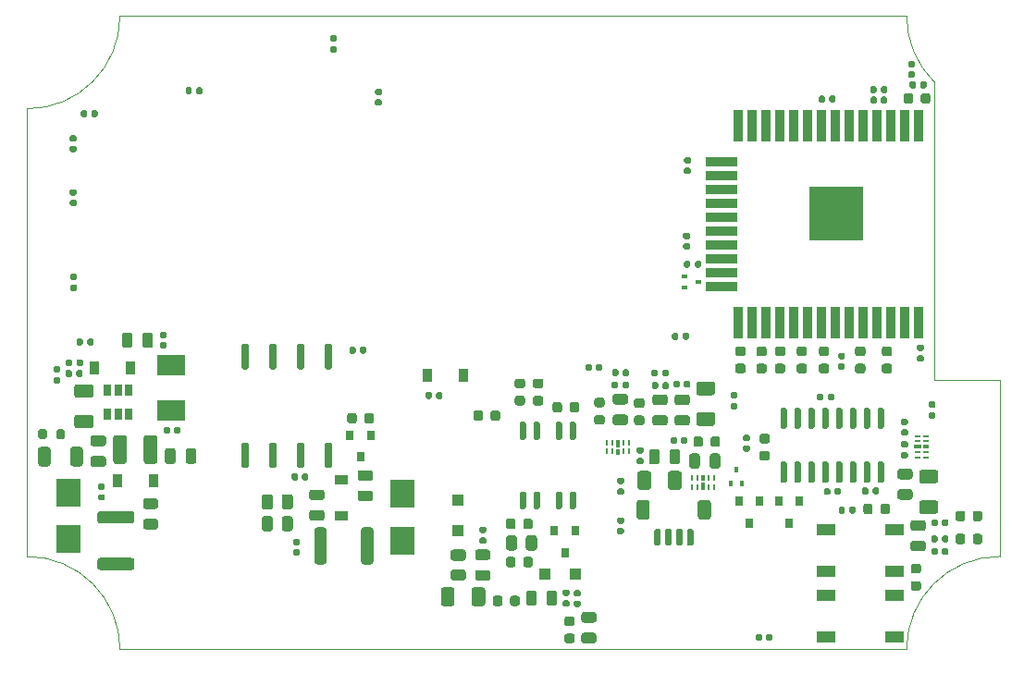
<source format=gbr>
%TF.GenerationSoftware,KiCad,Pcbnew,(5.1.9-0-10_14)*%
%TF.CreationDate,2021-02-18T22:35:35+02:00*%
%TF.ProjectId,SH-ESP32,53482d45-5350-4333-922e-6b696361645f,0.3.1*%
%TF.SameCoordinates,Original*%
%TF.FileFunction,Paste,Top*%
%TF.FilePolarity,Positive*%
%FSLAX46Y46*%
G04 Gerber Fmt 4.6, Leading zero omitted, Abs format (unit mm)*
G04 Created by KiCad (PCBNEW (5.1.9-0-10_14)) date 2021-02-18 22:35:35*
%MOMM*%
%LPD*%
G01*
G04 APERTURE LIST*
%TA.AperFunction,Profile*%
%ADD10C,0.050000*%
%TD*%
%ADD11R,2.500000X1.900000*%
%ADD12R,0.900000X1.200000*%
%ADD13R,5.000000X5.000000*%
%ADD14R,0.900000X3.000000*%
%ADD15R,3.000000X0.900000*%
%ADD16R,1.100000X1.100000*%
%ADD17R,1.200000X0.900000*%
%ADD18R,0.400000X0.510000*%
%ADD19R,0.510000X0.400000*%
%ADD20R,0.625000X0.250000*%
%ADD21R,0.575000X0.450000*%
%ADD22R,0.700000X0.450000*%
%ADD23R,0.250000X0.625000*%
%ADD24R,0.450000X0.700000*%
%ADD25R,0.450000X0.575000*%
%ADD26R,2.300000X2.500000*%
%ADD27R,0.800000X0.900000*%
%ADD28R,0.650000X1.060000*%
%ADD29R,1.700000X1.000000*%
G04 APERTURE END LIST*
D10*
X178000000Y-90300000D02*
X178000000Y-106500000D01*
X172000000Y-90300000D02*
X172000000Y-63020000D01*
X178000000Y-90300000D02*
X172000000Y-90300000D01*
X169500000Y-115000000D02*
G75*
G02*
X178000000Y-106500000I8500000J0D01*
G01*
X89000000Y-106500000D02*
G75*
G02*
X97500000Y-115000000I0J-8500000D01*
G01*
X172000092Y-63020889D02*
G75*
G02*
X169500000Y-57000000I5999908J6020889D01*
G01*
X97500000Y-57000000D02*
G75*
G02*
X89000000Y-65500000I-8500000J0D01*
G01*
X169500000Y-115000000D02*
X97500000Y-115000000D01*
X169500000Y-57000000D02*
X97500000Y-57000000D01*
X89000000Y-65500000D02*
X89000000Y-106500000D01*
%TO.C,C802*%
G36*
G01*
X151553000Y-96229250D02*
X151553000Y-95716750D01*
G75*
G02*
X151771750Y-95498000I218750J0D01*
G01*
X152209250Y-95498000D01*
G75*
G02*
X152428000Y-95716750I0J-218750D01*
G01*
X152428000Y-96229250D01*
G75*
G02*
X152209250Y-96448000I-218750J0D01*
G01*
X151771750Y-96448000D01*
G75*
G02*
X151553000Y-96229250I0J218750D01*
G01*
G37*
G36*
G01*
X149978000Y-96229250D02*
X149978000Y-95716750D01*
G75*
G02*
X150196750Y-95498000I218750J0D01*
G01*
X150634250Y-95498000D01*
G75*
G02*
X150853000Y-95716750I0J-218750D01*
G01*
X150853000Y-96229250D01*
G75*
G02*
X150634250Y-96448000I-218750J0D01*
G01*
X150196750Y-96448000D01*
G75*
G02*
X149978000Y-96229250I0J218750D01*
G01*
G37*
%TD*%
D11*
%TO.C,L301*%
X102200000Y-89000000D03*
X102200000Y-93100000D03*
%TD*%
%TO.C,R304*%
G36*
G01*
X90825000Y-95025000D02*
X90825000Y-95575000D01*
G75*
G02*
X90625000Y-95775000I-200000J0D01*
G01*
X90225000Y-95775000D01*
G75*
G02*
X90025000Y-95575000I0J200000D01*
G01*
X90025000Y-95025000D01*
G75*
G02*
X90225000Y-94825000I200000J0D01*
G01*
X90625000Y-94825000D01*
G75*
G02*
X90825000Y-95025000I0J-200000D01*
G01*
G37*
G36*
G01*
X92475000Y-95025000D02*
X92475000Y-95575000D01*
G75*
G02*
X92275000Y-95775000I-200000J0D01*
G01*
X91875000Y-95775000D01*
G75*
G02*
X91675000Y-95575000I0J200000D01*
G01*
X91675000Y-95025000D01*
G75*
G02*
X91875000Y-94825000I200000J0D01*
G01*
X92275000Y-94825000D01*
G75*
G02*
X92475000Y-95025000I0J-200000D01*
G01*
G37*
%TD*%
%TO.C,L302*%
G36*
G01*
X98125000Y-95625000D02*
X98125000Y-97775000D01*
G75*
G02*
X97875000Y-98025000I-250000J0D01*
G01*
X97125000Y-98025000D01*
G75*
G02*
X96875000Y-97775000I0J250000D01*
G01*
X96875000Y-95625000D01*
G75*
G02*
X97125000Y-95375000I250000J0D01*
G01*
X97875000Y-95375000D01*
G75*
G02*
X98125000Y-95625000I0J-250000D01*
G01*
G37*
G36*
G01*
X100925000Y-95625000D02*
X100925000Y-97775000D01*
G75*
G02*
X100675000Y-98025000I-250000J0D01*
G01*
X99925000Y-98025000D01*
G75*
G02*
X99675000Y-97775000I0J250000D01*
G01*
X99675000Y-95625000D01*
G75*
G02*
X99925000Y-95375000I250000J0D01*
G01*
X100675000Y-95375000D01*
G75*
G02*
X100925000Y-95625000I0J-250000D01*
G01*
G37*
%TD*%
%TO.C,C308*%
G36*
G01*
X91150000Y-96699999D02*
X91150000Y-98000001D01*
G75*
G02*
X90900001Y-98250000I-249999J0D01*
G01*
X90249999Y-98250000D01*
G75*
G02*
X90000000Y-98000001I0J249999D01*
G01*
X90000000Y-96699999D01*
G75*
G02*
X90249999Y-96450000I249999J0D01*
G01*
X90900001Y-96450000D01*
G75*
G02*
X91150000Y-96699999I0J-249999D01*
G01*
G37*
G36*
G01*
X94100000Y-96699999D02*
X94100000Y-98000001D01*
G75*
G02*
X93850001Y-98250000I-249999J0D01*
G01*
X93199999Y-98250000D01*
G75*
G02*
X92950000Y-98000001I0J249999D01*
G01*
X92950000Y-96699999D01*
G75*
G02*
X93199999Y-96450000I249999J0D01*
G01*
X93850001Y-96450000D01*
G75*
G02*
X94100000Y-96699999I0J-249999D01*
G01*
G37*
%TD*%
%TO.C,C307*%
G36*
G01*
X95975000Y-96400000D02*
X95025000Y-96400000D01*
G75*
G02*
X94775000Y-96150000I0J250000D01*
G01*
X94775000Y-95650000D01*
G75*
G02*
X95025000Y-95400000I250000J0D01*
G01*
X95975000Y-95400000D01*
G75*
G02*
X96225000Y-95650000I0J-250000D01*
G01*
X96225000Y-96150000D01*
G75*
G02*
X95975000Y-96400000I-250000J0D01*
G01*
G37*
G36*
G01*
X95975000Y-98300000D02*
X95025000Y-98300000D01*
G75*
G02*
X94775000Y-98050000I0J250000D01*
G01*
X94775000Y-97550000D01*
G75*
G02*
X95025000Y-97300000I250000J0D01*
G01*
X95975000Y-97300000D01*
G75*
G02*
X96225000Y-97550000I0J-250000D01*
G01*
X96225000Y-98050000D01*
G75*
G02*
X95975000Y-98300000I-250000J0D01*
G01*
G37*
%TD*%
%TO.C,C306*%
G36*
G01*
X102600000Y-96825000D02*
X102600000Y-97775000D01*
G75*
G02*
X102350000Y-98025000I-250000J0D01*
G01*
X101850000Y-98025000D01*
G75*
G02*
X101600000Y-97775000I0J250000D01*
G01*
X101600000Y-96825000D01*
G75*
G02*
X101850000Y-96575000I250000J0D01*
G01*
X102350000Y-96575000D01*
G75*
G02*
X102600000Y-96825000I0J-250000D01*
G01*
G37*
G36*
G01*
X104500000Y-96825000D02*
X104500000Y-97775000D01*
G75*
G02*
X104250000Y-98025000I-250000J0D01*
G01*
X103750000Y-98025000D01*
G75*
G02*
X103500000Y-97775000I0J250000D01*
G01*
X103500000Y-96825000D01*
G75*
G02*
X103750000Y-96575000I250000J0D01*
G01*
X104250000Y-96575000D01*
G75*
G02*
X104500000Y-96825000I0J-250000D01*
G01*
G37*
%TD*%
%TO.C,F301*%
G36*
G01*
X95669997Y-106625000D02*
X98570003Y-106625000D01*
G75*
G02*
X98820000Y-106874997I0J-249997D01*
G01*
X98820000Y-107500003D01*
G75*
G02*
X98570003Y-107750000I-249997J0D01*
G01*
X95669997Y-107750000D01*
G75*
G02*
X95420000Y-107500003I0J249997D01*
G01*
X95420000Y-106874997D01*
G75*
G02*
X95669997Y-106625000I249997J0D01*
G01*
G37*
G36*
G01*
X95669997Y-102350000D02*
X98570003Y-102350000D01*
G75*
G02*
X98820000Y-102599997I0J-249997D01*
G01*
X98820000Y-103225003D01*
G75*
G02*
X98570003Y-103475000I-249997J0D01*
G01*
X95669997Y-103475000D01*
G75*
G02*
X95420000Y-103225003I0J249997D01*
G01*
X95420000Y-102599997D01*
G75*
G02*
X95669997Y-102350000I249997J0D01*
G01*
G37*
%TD*%
%TO.C,F601*%
G36*
G01*
X119575000Y-106980003D02*
X119575000Y-104079997D01*
G75*
G02*
X119824997Y-103830000I249997J0D01*
G01*
X120450003Y-103830000D01*
G75*
G02*
X120700000Y-104079997I0J-249997D01*
G01*
X120700000Y-106980003D01*
G75*
G02*
X120450003Y-107230000I-249997J0D01*
G01*
X119824997Y-107230000D01*
G75*
G02*
X119575000Y-106980003I0J249997D01*
G01*
G37*
G36*
G01*
X115300000Y-106980003D02*
X115300000Y-104079997D01*
G75*
G02*
X115549997Y-103830000I249997J0D01*
G01*
X116175003Y-103830000D01*
G75*
G02*
X116425000Y-104079997I0J-249997D01*
G01*
X116425000Y-106980003D01*
G75*
G02*
X116175003Y-107230000I-249997J0D01*
G01*
X115549997Y-107230000D01*
G75*
G02*
X115300000Y-106980003I0J249997D01*
G01*
G37*
%TD*%
D12*
%TO.C,D201*%
X128910000Y-89900000D03*
X125610000Y-89900000D03*
%TD*%
%TO.C,R202*%
G36*
G01*
X167443750Y-87275000D02*
X167956250Y-87275000D01*
G75*
G02*
X168175000Y-87493750I0J-218750D01*
G01*
X168175000Y-87931250D01*
G75*
G02*
X167956250Y-88150000I-218750J0D01*
G01*
X167443750Y-88150000D01*
G75*
G02*
X167225000Y-87931250I0J218750D01*
G01*
X167225000Y-87493750D01*
G75*
G02*
X167443750Y-87275000I218750J0D01*
G01*
G37*
G36*
G01*
X167443750Y-88850000D02*
X167956250Y-88850000D01*
G75*
G02*
X168175000Y-89068750I0J-218750D01*
G01*
X168175000Y-89506250D01*
G75*
G02*
X167956250Y-89725000I-218750J0D01*
G01*
X167443750Y-89725000D01*
G75*
G02*
X167225000Y-89506250I0J218750D01*
G01*
X167225000Y-89068750D01*
G75*
G02*
X167443750Y-88850000I218750J0D01*
G01*
G37*
%TD*%
D13*
%TO.C,U201*%
X163072999Y-75080000D03*
D14*
X170572999Y-67080000D03*
X169302999Y-67080000D03*
X168032999Y-67080000D03*
X166762999Y-67080000D03*
X165492999Y-67080000D03*
X164222999Y-67080000D03*
X162952999Y-67080000D03*
X161682999Y-67080000D03*
X160412999Y-67080000D03*
X159142999Y-67080000D03*
X157872999Y-67080000D03*
X156602999Y-67080000D03*
X155332999Y-67080000D03*
X154062999Y-67080000D03*
D15*
X152562999Y-70365000D03*
X152562999Y-71635000D03*
X152562999Y-72905000D03*
X152562999Y-74175000D03*
X152562999Y-75445000D03*
X152562999Y-76715000D03*
X152562999Y-77985000D03*
X152562999Y-79255000D03*
X152562999Y-80525000D03*
X152562999Y-81795000D03*
D14*
X154062999Y-85080000D03*
X155332999Y-85080000D03*
X156602999Y-85080000D03*
X157872999Y-85080000D03*
X159142999Y-85080000D03*
X160412999Y-85080000D03*
X161682999Y-85080000D03*
X162952999Y-85080000D03*
X164222999Y-85080000D03*
X165492999Y-85080000D03*
X166762999Y-85080000D03*
X168032999Y-85080000D03*
X169302999Y-85080000D03*
X170572999Y-85080000D03*
%TD*%
%TO.C,C1006*%
G36*
G01*
X172740000Y-106222500D02*
X172740000Y-105877500D01*
G75*
G02*
X172887500Y-105730000I147500J0D01*
G01*
X173182500Y-105730000D01*
G75*
G02*
X173330000Y-105877500I0J-147500D01*
G01*
X173330000Y-106222500D01*
G75*
G02*
X173182500Y-106370000I-147500J0D01*
G01*
X172887500Y-106370000D01*
G75*
G02*
X172740000Y-106222500I0J147500D01*
G01*
G37*
G36*
G01*
X171770000Y-106222500D02*
X171770000Y-105877500D01*
G75*
G02*
X171917500Y-105730000I147500J0D01*
G01*
X172212500Y-105730000D01*
G75*
G02*
X172360000Y-105877500I0J-147500D01*
G01*
X172360000Y-106222500D01*
G75*
G02*
X172212500Y-106370000I-147500J0D01*
G01*
X171917500Y-106370000D01*
G75*
G02*
X171770000Y-106222500I0J147500D01*
G01*
G37*
%TD*%
%TO.C,D502*%
G36*
G01*
X174850000Y-102543750D02*
X174850000Y-103056250D01*
G75*
G02*
X174631250Y-103275000I-218750J0D01*
G01*
X174193750Y-103275000D01*
G75*
G02*
X173975000Y-103056250I0J218750D01*
G01*
X173975000Y-102543750D01*
G75*
G02*
X174193750Y-102325000I218750J0D01*
G01*
X174631250Y-102325000D01*
G75*
G02*
X174850000Y-102543750I0J-218750D01*
G01*
G37*
G36*
G01*
X176425000Y-102543750D02*
X176425000Y-103056250D01*
G75*
G02*
X176206250Y-103275000I-218750J0D01*
G01*
X175768750Y-103275000D01*
G75*
G02*
X175550000Y-103056250I0J218750D01*
G01*
X175550000Y-102543750D01*
G75*
G02*
X175768750Y-102325000I218750J0D01*
G01*
X176206250Y-102325000D01*
G75*
G02*
X176425000Y-102543750I0J-218750D01*
G01*
G37*
%TD*%
%TO.C,FB902*%
G36*
G01*
X131156250Y-106840000D02*
X130243750Y-106840000D01*
G75*
G02*
X130000000Y-106596250I0J243750D01*
G01*
X130000000Y-106108750D01*
G75*
G02*
X130243750Y-105865000I243750J0D01*
G01*
X131156250Y-105865000D01*
G75*
G02*
X131400000Y-106108750I0J-243750D01*
G01*
X131400000Y-106596250D01*
G75*
G02*
X131156250Y-106840000I-243750J0D01*
G01*
G37*
G36*
G01*
X131156250Y-108715000D02*
X130243750Y-108715000D01*
G75*
G02*
X130000000Y-108471250I0J243750D01*
G01*
X130000000Y-107983750D01*
G75*
G02*
X130243750Y-107740000I243750J0D01*
G01*
X131156250Y-107740000D01*
G75*
G02*
X131400000Y-107983750I0J-243750D01*
G01*
X131400000Y-108471250D01*
G75*
G02*
X131156250Y-108715000I-243750J0D01*
G01*
G37*
%TD*%
D16*
%TO.C,D902*%
X128420000Y-101300000D03*
X128420000Y-104100000D03*
%TD*%
%TO.C,R602*%
G36*
G01*
X111500000Y-101049998D02*
X111500000Y-101950002D01*
G75*
G02*
X111250002Y-102200000I-249998J0D01*
G01*
X110724998Y-102200000D01*
G75*
G02*
X110475000Y-101950002I0J249998D01*
G01*
X110475000Y-101049998D01*
G75*
G02*
X110724998Y-100800000I249998J0D01*
G01*
X111250002Y-100800000D01*
G75*
G02*
X111500000Y-101049998I0J-249998D01*
G01*
G37*
G36*
G01*
X113325000Y-101049998D02*
X113325000Y-101950002D01*
G75*
G02*
X113075002Y-102200000I-249998J0D01*
G01*
X112549998Y-102200000D01*
G75*
G02*
X112300000Y-101950002I0J249998D01*
G01*
X112300000Y-101049998D01*
G75*
G02*
X112549998Y-100800000I249998J0D01*
G01*
X113075002Y-100800000D01*
G75*
G02*
X113325000Y-101049998I0J-249998D01*
G01*
G37*
%TD*%
%TO.C,R601*%
G36*
G01*
X111500000Y-103049998D02*
X111500000Y-103950002D01*
G75*
G02*
X111250002Y-104200000I-249998J0D01*
G01*
X110724998Y-104200000D01*
G75*
G02*
X110475000Y-103950002I0J249998D01*
G01*
X110475000Y-103049998D01*
G75*
G02*
X110724998Y-102800000I249998J0D01*
G01*
X111250002Y-102800000D01*
G75*
G02*
X111500000Y-103049998I0J-249998D01*
G01*
G37*
G36*
G01*
X113325000Y-103049998D02*
X113325000Y-103950002D01*
G75*
G02*
X113075002Y-104200000I-249998J0D01*
G01*
X112549998Y-104200000D01*
G75*
G02*
X112300000Y-103950002I0J249998D01*
G01*
X112300000Y-103049998D01*
G75*
G02*
X112549998Y-102800000I249998J0D01*
G01*
X113075002Y-102800000D01*
G75*
G02*
X113325000Y-103049998I0J-249998D01*
G01*
G37*
%TD*%
D17*
%TO.C,D602*%
X117745000Y-102780500D03*
X117745000Y-99480500D03*
%TD*%
%TO.C,R906*%
G36*
G01*
X134650000Y-105710002D02*
X134650000Y-104809998D01*
G75*
G02*
X134899998Y-104560000I249998J0D01*
G01*
X135425002Y-104560000D01*
G75*
G02*
X135675000Y-104809998I0J-249998D01*
G01*
X135675000Y-105710002D01*
G75*
G02*
X135425002Y-105960000I-249998J0D01*
G01*
X134899998Y-105960000D01*
G75*
G02*
X134650000Y-105710002I0J249998D01*
G01*
G37*
G36*
G01*
X132825000Y-105710002D02*
X132825000Y-104809998D01*
G75*
G02*
X133074998Y-104560000I249998J0D01*
G01*
X133600002Y-104560000D01*
G75*
G02*
X133850000Y-104809998I0J-249998D01*
G01*
X133850000Y-105710002D01*
G75*
G02*
X133600002Y-105960000I-249998J0D01*
G01*
X133074998Y-105960000D01*
G75*
G02*
X132825000Y-105710002I0J249998D01*
G01*
G37*
%TD*%
%TO.C,C1022*%
G36*
G01*
X148992000Y-86507500D02*
X148992000Y-86162500D01*
G75*
G02*
X149139500Y-86015000I147500J0D01*
G01*
X149434500Y-86015000D01*
G75*
G02*
X149582000Y-86162500I0J-147500D01*
G01*
X149582000Y-86507500D01*
G75*
G02*
X149434500Y-86655000I-147500J0D01*
G01*
X149139500Y-86655000D01*
G75*
G02*
X148992000Y-86507500I0J147500D01*
G01*
G37*
G36*
G01*
X148022000Y-86507500D02*
X148022000Y-86162500D01*
G75*
G02*
X148169500Y-86015000I147500J0D01*
G01*
X148464500Y-86015000D01*
G75*
G02*
X148612000Y-86162500I0J-147500D01*
G01*
X148612000Y-86507500D01*
G75*
G02*
X148464500Y-86655000I-147500J0D01*
G01*
X148169500Y-86655000D01*
G75*
G02*
X148022000Y-86507500I0J147500D01*
G01*
G37*
%TD*%
%TO.C,R1103*%
G36*
G01*
X150140000Y-79925000D02*
X150140000Y-79555000D01*
G75*
G02*
X150275000Y-79420000I135000J0D01*
G01*
X150545000Y-79420000D01*
G75*
G02*
X150680000Y-79555000I0J-135000D01*
G01*
X150680000Y-79925000D01*
G75*
G02*
X150545000Y-80060000I-135000J0D01*
G01*
X150275000Y-80060000D01*
G75*
G02*
X150140000Y-79925000I0J135000D01*
G01*
G37*
G36*
G01*
X149120000Y-79925000D02*
X149120000Y-79555000D01*
G75*
G02*
X149255000Y-79420000I135000J0D01*
G01*
X149525000Y-79420000D01*
G75*
G02*
X149660000Y-79555000I0J-135000D01*
G01*
X149660000Y-79925000D01*
G75*
G02*
X149525000Y-80060000I-135000J0D01*
G01*
X149255000Y-80060000D01*
G75*
G02*
X149120000Y-79925000I0J135000D01*
G01*
G37*
%TD*%
D18*
%TO.C,D1102*%
X154400000Y-99845000D03*
X153900000Y-98555000D03*
X153400000Y-99845000D03*
%TD*%
D19*
%TO.C,D1101*%
X149155000Y-81840000D03*
X150445000Y-81340000D03*
X149155000Y-80840000D03*
%TD*%
%TO.C,R905*%
G36*
G01*
X128910002Y-106890000D02*
X128009998Y-106890000D01*
G75*
G02*
X127760000Y-106640002I0J249998D01*
G01*
X127760000Y-106114998D01*
G75*
G02*
X128009998Y-105865000I249998J0D01*
G01*
X128910002Y-105865000D01*
G75*
G02*
X129160000Y-106114998I0J-249998D01*
G01*
X129160000Y-106640002D01*
G75*
G02*
X128910002Y-106890000I-249998J0D01*
G01*
G37*
G36*
G01*
X128910002Y-108715000D02*
X128009998Y-108715000D01*
G75*
G02*
X127760000Y-108465002I0J249998D01*
G01*
X127760000Y-107939998D01*
G75*
G02*
X128009998Y-107690000I249998J0D01*
G01*
X128910002Y-107690000D01*
G75*
G02*
X129160000Y-107939998I0J-249998D01*
G01*
X129160000Y-108465002D01*
G75*
G02*
X128910002Y-108715000I-249998J0D01*
G01*
G37*
%TD*%
%TO.C,U401*%
G36*
G01*
X166976500Y-97814000D02*
X167276500Y-97814000D01*
G75*
G02*
X167426500Y-97964000I0J-150000D01*
G01*
X167426500Y-99614000D01*
G75*
G02*
X167276500Y-99764000I-150000J0D01*
G01*
X166976500Y-99764000D01*
G75*
G02*
X166826500Y-99614000I0J150000D01*
G01*
X166826500Y-97964000D01*
G75*
G02*
X166976500Y-97814000I150000J0D01*
G01*
G37*
G36*
G01*
X165706500Y-97814000D02*
X166006500Y-97814000D01*
G75*
G02*
X166156500Y-97964000I0J-150000D01*
G01*
X166156500Y-99614000D01*
G75*
G02*
X166006500Y-99764000I-150000J0D01*
G01*
X165706500Y-99764000D01*
G75*
G02*
X165556500Y-99614000I0J150000D01*
G01*
X165556500Y-97964000D01*
G75*
G02*
X165706500Y-97814000I150000J0D01*
G01*
G37*
G36*
G01*
X164436500Y-97814000D02*
X164736500Y-97814000D01*
G75*
G02*
X164886500Y-97964000I0J-150000D01*
G01*
X164886500Y-99614000D01*
G75*
G02*
X164736500Y-99764000I-150000J0D01*
G01*
X164436500Y-99764000D01*
G75*
G02*
X164286500Y-99614000I0J150000D01*
G01*
X164286500Y-97964000D01*
G75*
G02*
X164436500Y-97814000I150000J0D01*
G01*
G37*
G36*
G01*
X163166500Y-97814000D02*
X163466500Y-97814000D01*
G75*
G02*
X163616500Y-97964000I0J-150000D01*
G01*
X163616500Y-99614000D01*
G75*
G02*
X163466500Y-99764000I-150000J0D01*
G01*
X163166500Y-99764000D01*
G75*
G02*
X163016500Y-99614000I0J150000D01*
G01*
X163016500Y-97964000D01*
G75*
G02*
X163166500Y-97814000I150000J0D01*
G01*
G37*
G36*
G01*
X161896500Y-97814000D02*
X162196500Y-97814000D01*
G75*
G02*
X162346500Y-97964000I0J-150000D01*
G01*
X162346500Y-99614000D01*
G75*
G02*
X162196500Y-99764000I-150000J0D01*
G01*
X161896500Y-99764000D01*
G75*
G02*
X161746500Y-99614000I0J150000D01*
G01*
X161746500Y-97964000D01*
G75*
G02*
X161896500Y-97814000I150000J0D01*
G01*
G37*
G36*
G01*
X160626500Y-97814000D02*
X160926500Y-97814000D01*
G75*
G02*
X161076500Y-97964000I0J-150000D01*
G01*
X161076500Y-99614000D01*
G75*
G02*
X160926500Y-99764000I-150000J0D01*
G01*
X160626500Y-99764000D01*
G75*
G02*
X160476500Y-99614000I0J150000D01*
G01*
X160476500Y-97964000D01*
G75*
G02*
X160626500Y-97814000I150000J0D01*
G01*
G37*
G36*
G01*
X159356500Y-97814000D02*
X159656500Y-97814000D01*
G75*
G02*
X159806500Y-97964000I0J-150000D01*
G01*
X159806500Y-99614000D01*
G75*
G02*
X159656500Y-99764000I-150000J0D01*
G01*
X159356500Y-99764000D01*
G75*
G02*
X159206500Y-99614000I0J150000D01*
G01*
X159206500Y-97964000D01*
G75*
G02*
X159356500Y-97814000I150000J0D01*
G01*
G37*
G36*
G01*
X158086500Y-97814000D02*
X158386500Y-97814000D01*
G75*
G02*
X158536500Y-97964000I0J-150000D01*
G01*
X158536500Y-99614000D01*
G75*
G02*
X158386500Y-99764000I-150000J0D01*
G01*
X158086500Y-99764000D01*
G75*
G02*
X157936500Y-99614000I0J150000D01*
G01*
X157936500Y-97964000D01*
G75*
G02*
X158086500Y-97814000I150000J0D01*
G01*
G37*
G36*
G01*
X158086500Y-92864000D02*
X158386500Y-92864000D01*
G75*
G02*
X158536500Y-93014000I0J-150000D01*
G01*
X158536500Y-94664000D01*
G75*
G02*
X158386500Y-94814000I-150000J0D01*
G01*
X158086500Y-94814000D01*
G75*
G02*
X157936500Y-94664000I0J150000D01*
G01*
X157936500Y-93014000D01*
G75*
G02*
X158086500Y-92864000I150000J0D01*
G01*
G37*
G36*
G01*
X159356500Y-92864000D02*
X159656500Y-92864000D01*
G75*
G02*
X159806500Y-93014000I0J-150000D01*
G01*
X159806500Y-94664000D01*
G75*
G02*
X159656500Y-94814000I-150000J0D01*
G01*
X159356500Y-94814000D01*
G75*
G02*
X159206500Y-94664000I0J150000D01*
G01*
X159206500Y-93014000D01*
G75*
G02*
X159356500Y-92864000I150000J0D01*
G01*
G37*
G36*
G01*
X160626500Y-92864000D02*
X160926500Y-92864000D01*
G75*
G02*
X161076500Y-93014000I0J-150000D01*
G01*
X161076500Y-94664000D01*
G75*
G02*
X160926500Y-94814000I-150000J0D01*
G01*
X160626500Y-94814000D01*
G75*
G02*
X160476500Y-94664000I0J150000D01*
G01*
X160476500Y-93014000D01*
G75*
G02*
X160626500Y-92864000I150000J0D01*
G01*
G37*
G36*
G01*
X161896500Y-92864000D02*
X162196500Y-92864000D01*
G75*
G02*
X162346500Y-93014000I0J-150000D01*
G01*
X162346500Y-94664000D01*
G75*
G02*
X162196500Y-94814000I-150000J0D01*
G01*
X161896500Y-94814000D01*
G75*
G02*
X161746500Y-94664000I0J150000D01*
G01*
X161746500Y-93014000D01*
G75*
G02*
X161896500Y-92864000I150000J0D01*
G01*
G37*
G36*
G01*
X163166500Y-92864000D02*
X163466500Y-92864000D01*
G75*
G02*
X163616500Y-93014000I0J-150000D01*
G01*
X163616500Y-94664000D01*
G75*
G02*
X163466500Y-94814000I-150000J0D01*
G01*
X163166500Y-94814000D01*
G75*
G02*
X163016500Y-94664000I0J150000D01*
G01*
X163016500Y-93014000D01*
G75*
G02*
X163166500Y-92864000I150000J0D01*
G01*
G37*
G36*
G01*
X164436500Y-92864000D02*
X164736500Y-92864000D01*
G75*
G02*
X164886500Y-93014000I0J-150000D01*
G01*
X164886500Y-94664000D01*
G75*
G02*
X164736500Y-94814000I-150000J0D01*
G01*
X164436500Y-94814000D01*
G75*
G02*
X164286500Y-94664000I0J150000D01*
G01*
X164286500Y-93014000D01*
G75*
G02*
X164436500Y-92864000I150000J0D01*
G01*
G37*
G36*
G01*
X165706500Y-92864000D02*
X166006500Y-92864000D01*
G75*
G02*
X166156500Y-93014000I0J-150000D01*
G01*
X166156500Y-94664000D01*
G75*
G02*
X166006500Y-94814000I-150000J0D01*
G01*
X165706500Y-94814000D01*
G75*
G02*
X165556500Y-94664000I0J150000D01*
G01*
X165556500Y-93014000D01*
G75*
G02*
X165706500Y-92864000I150000J0D01*
G01*
G37*
G36*
G01*
X166976500Y-92864000D02*
X167276500Y-92864000D01*
G75*
G02*
X167426500Y-93014000I0J-150000D01*
G01*
X167426500Y-94664000D01*
G75*
G02*
X167276500Y-94814000I-150000J0D01*
G01*
X166976500Y-94814000D01*
G75*
G02*
X166826500Y-94664000I0J150000D01*
G01*
X166826500Y-93014000D01*
G75*
G02*
X166976500Y-92864000I150000J0D01*
G01*
G37*
%TD*%
%TO.C,C503*%
G36*
G01*
X170093750Y-105050000D02*
X171006250Y-105050000D01*
G75*
G02*
X171250000Y-105293750I0J-243750D01*
G01*
X171250000Y-105781250D01*
G75*
G02*
X171006250Y-106025000I-243750J0D01*
G01*
X170093750Y-106025000D01*
G75*
G02*
X169850000Y-105781250I0J243750D01*
G01*
X169850000Y-105293750D01*
G75*
G02*
X170093750Y-105050000I243750J0D01*
G01*
G37*
G36*
G01*
X170093750Y-103175000D02*
X171006250Y-103175000D01*
G75*
G02*
X171250000Y-103418750I0J-243750D01*
G01*
X171250000Y-103906250D01*
G75*
G02*
X171006250Y-104150000I-243750J0D01*
G01*
X170093750Y-104150000D01*
G75*
G02*
X169850000Y-103906250I0J243750D01*
G01*
X169850000Y-103418750D01*
G75*
G02*
X170093750Y-103175000I243750J0D01*
G01*
G37*
%TD*%
%TO.C,F401*%
G36*
G01*
X172138500Y-102609000D02*
X170888500Y-102609000D01*
G75*
G02*
X170638500Y-102359000I0J250000D01*
G01*
X170638500Y-101609000D01*
G75*
G02*
X170888500Y-101359000I250000J0D01*
G01*
X172138500Y-101359000D01*
G75*
G02*
X172388500Y-101609000I0J-250000D01*
G01*
X172388500Y-102359000D01*
G75*
G02*
X172138500Y-102609000I-250000J0D01*
G01*
G37*
G36*
G01*
X172138500Y-99809000D02*
X170888500Y-99809000D01*
G75*
G02*
X170638500Y-99559000I0J250000D01*
G01*
X170638500Y-98809000D01*
G75*
G02*
X170888500Y-98559000I250000J0D01*
G01*
X172138500Y-98559000D01*
G75*
G02*
X172388500Y-98809000I0J-250000D01*
G01*
X172388500Y-99559000D01*
G75*
G02*
X172138500Y-99809000I-250000J0D01*
G01*
G37*
%TD*%
D12*
%TO.C,D303*%
X97300000Y-99600000D03*
X100600000Y-99600000D03*
%TD*%
%TO.C,FB401*%
G36*
G01*
X168898250Y-98460500D02*
X169810750Y-98460500D01*
G75*
G02*
X170054500Y-98704250I0J-243750D01*
G01*
X170054500Y-99191750D01*
G75*
G02*
X169810750Y-99435500I-243750J0D01*
G01*
X168898250Y-99435500D01*
G75*
G02*
X168654500Y-99191750I0J243750D01*
G01*
X168654500Y-98704250D01*
G75*
G02*
X168898250Y-98460500I243750J0D01*
G01*
G37*
G36*
G01*
X168898250Y-100335500D02*
X169810750Y-100335500D01*
G75*
G02*
X170054500Y-100579250I0J-243750D01*
G01*
X170054500Y-101066750D01*
G75*
G02*
X169810750Y-101310500I-243750J0D01*
G01*
X168898250Y-101310500D01*
G75*
G02*
X168654500Y-101066750I0J243750D01*
G01*
X168654500Y-100579250D01*
G75*
G02*
X168898250Y-100335500I243750J0D01*
G01*
G37*
%TD*%
D20*
%TO.C,U402*%
X171266000Y-96956500D03*
X171266000Y-97456500D03*
D21*
X171291000Y-96456500D03*
D20*
X170491000Y-97456500D03*
X171266000Y-95956500D03*
X171266000Y-95456500D03*
X170491000Y-96956500D03*
X170491000Y-95456500D03*
D22*
X170528500Y-96456500D03*
D20*
X170491000Y-95956500D03*
%TD*%
D23*
%TO.C,U701*%
X143570000Y-96112500D03*
D24*
X143070000Y-96150000D03*
D23*
X144070000Y-96112500D03*
X142570000Y-96112500D03*
X144070000Y-96887500D03*
X143570000Y-96887500D03*
X142070000Y-96112500D03*
D25*
X143070000Y-96912500D03*
D23*
X142070000Y-96887500D03*
X142570000Y-96887500D03*
%TD*%
%TO.C,U902*%
G36*
G01*
X134516000Y-95796000D02*
X134216000Y-95796000D01*
G75*
G02*
X134066000Y-95646000I0J150000D01*
G01*
X134066000Y-94321000D01*
G75*
G02*
X134216000Y-94171000I150000J0D01*
G01*
X134516000Y-94171000D01*
G75*
G02*
X134666000Y-94321000I0J-150000D01*
G01*
X134666000Y-95646000D01*
G75*
G02*
X134516000Y-95796000I-150000J0D01*
G01*
G37*
G36*
G01*
X135786000Y-95796000D02*
X135486000Y-95796000D01*
G75*
G02*
X135336000Y-95646000I0J150000D01*
G01*
X135336000Y-94321000D01*
G75*
G02*
X135486000Y-94171000I150000J0D01*
G01*
X135786000Y-94171000D01*
G75*
G02*
X135936000Y-94321000I0J-150000D01*
G01*
X135936000Y-95646000D01*
G75*
G02*
X135786000Y-95796000I-150000J0D01*
G01*
G37*
G36*
G01*
X135786000Y-102171000D02*
X135486000Y-102171000D01*
G75*
G02*
X135336000Y-102021000I0J150000D01*
G01*
X135336000Y-100696000D01*
G75*
G02*
X135486000Y-100546000I150000J0D01*
G01*
X135786000Y-100546000D01*
G75*
G02*
X135936000Y-100696000I0J-150000D01*
G01*
X135936000Y-102021000D01*
G75*
G02*
X135786000Y-102171000I-150000J0D01*
G01*
G37*
G36*
G01*
X134516000Y-102171000D02*
X134216000Y-102171000D01*
G75*
G02*
X134066000Y-102021000I0J150000D01*
G01*
X134066000Y-100696000D01*
G75*
G02*
X134216000Y-100546000I150000J0D01*
G01*
X134516000Y-100546000D01*
G75*
G02*
X134666000Y-100696000I0J-150000D01*
G01*
X134666000Y-102021000D01*
G75*
G02*
X134516000Y-102171000I-150000J0D01*
G01*
G37*
%TD*%
%TO.C,U901*%
G36*
G01*
X138788000Y-100546000D02*
X139088000Y-100546000D01*
G75*
G02*
X139238000Y-100696000I0J-150000D01*
G01*
X139238000Y-102021000D01*
G75*
G02*
X139088000Y-102171000I-150000J0D01*
G01*
X138788000Y-102171000D01*
G75*
G02*
X138638000Y-102021000I0J150000D01*
G01*
X138638000Y-100696000D01*
G75*
G02*
X138788000Y-100546000I150000J0D01*
G01*
G37*
G36*
G01*
X137518000Y-100546000D02*
X137818000Y-100546000D01*
G75*
G02*
X137968000Y-100696000I0J-150000D01*
G01*
X137968000Y-102021000D01*
G75*
G02*
X137818000Y-102171000I-150000J0D01*
G01*
X137518000Y-102171000D01*
G75*
G02*
X137368000Y-102021000I0J150000D01*
G01*
X137368000Y-100696000D01*
G75*
G02*
X137518000Y-100546000I150000J0D01*
G01*
G37*
G36*
G01*
X137518000Y-94171000D02*
X137818000Y-94171000D01*
G75*
G02*
X137968000Y-94321000I0J-150000D01*
G01*
X137968000Y-95646000D01*
G75*
G02*
X137818000Y-95796000I-150000J0D01*
G01*
X137518000Y-95796000D01*
G75*
G02*
X137368000Y-95646000I0J150000D01*
G01*
X137368000Y-94321000D01*
G75*
G02*
X137518000Y-94171000I150000J0D01*
G01*
G37*
G36*
G01*
X138788000Y-94171000D02*
X139088000Y-94171000D01*
G75*
G02*
X139238000Y-94321000I0J-150000D01*
G01*
X139238000Y-95646000D01*
G75*
G02*
X139088000Y-95796000I-150000J0D01*
G01*
X138788000Y-95796000D01*
G75*
G02*
X138638000Y-95646000I0J150000D01*
G01*
X138638000Y-94321000D01*
G75*
G02*
X138788000Y-94171000I150000J0D01*
G01*
G37*
%TD*%
%TO.C,R904*%
G36*
G01*
X134400000Y-107266250D02*
X134400000Y-106753750D01*
G75*
G02*
X134618750Y-106535000I218750J0D01*
G01*
X135056250Y-106535000D01*
G75*
G02*
X135275000Y-106753750I0J-218750D01*
G01*
X135275000Y-107266250D01*
G75*
G02*
X135056250Y-107485000I-218750J0D01*
G01*
X134618750Y-107485000D01*
G75*
G02*
X134400000Y-107266250I0J218750D01*
G01*
G37*
G36*
G01*
X132825000Y-107266250D02*
X132825000Y-106753750D01*
G75*
G02*
X133043750Y-106535000I218750J0D01*
G01*
X133481250Y-106535000D01*
G75*
G02*
X133700000Y-106753750I0J-218750D01*
G01*
X133700000Y-107266250D01*
G75*
G02*
X133481250Y-107485000I-218750J0D01*
G01*
X133043750Y-107485000D01*
G75*
G02*
X132825000Y-107266250I0J218750D01*
G01*
G37*
%TD*%
%TO.C,R903*%
G36*
G01*
X134400000Y-103766250D02*
X134400000Y-103253750D01*
G75*
G02*
X134618750Y-103035000I218750J0D01*
G01*
X135056250Y-103035000D01*
G75*
G02*
X135275000Y-103253750I0J-218750D01*
G01*
X135275000Y-103766250D01*
G75*
G02*
X135056250Y-103985000I-218750J0D01*
G01*
X134618750Y-103985000D01*
G75*
G02*
X134400000Y-103766250I0J218750D01*
G01*
G37*
G36*
G01*
X132825000Y-103766250D02*
X132825000Y-103253750D01*
G75*
G02*
X133043750Y-103035000I218750J0D01*
G01*
X133481250Y-103035000D01*
G75*
G02*
X133700000Y-103253750I0J-218750D01*
G01*
X133700000Y-103766250D01*
G75*
G02*
X133481250Y-103985000I-218750J0D01*
G01*
X133043750Y-103985000D01*
G75*
G02*
X132825000Y-103766250I0J218750D01*
G01*
G37*
%TD*%
D16*
%TO.C,D901*%
X139210000Y-108130000D03*
X136410000Y-108130000D03*
%TD*%
%TO.C,R902*%
G36*
G01*
X130714000Y-93342750D02*
X130714000Y-93855250D01*
G75*
G02*
X130495250Y-94074000I-218750J0D01*
G01*
X130057750Y-94074000D01*
G75*
G02*
X129839000Y-93855250I0J218750D01*
G01*
X129839000Y-93342750D01*
G75*
G02*
X130057750Y-93124000I218750J0D01*
G01*
X130495250Y-93124000D01*
G75*
G02*
X130714000Y-93342750I0J-218750D01*
G01*
G37*
G36*
G01*
X132289000Y-93342750D02*
X132289000Y-93855250D01*
G75*
G02*
X132070250Y-94074000I-218750J0D01*
G01*
X131632750Y-94074000D01*
G75*
G02*
X131414000Y-93855250I0J218750D01*
G01*
X131414000Y-93342750D01*
G75*
G02*
X131632750Y-93124000I218750J0D01*
G01*
X132070250Y-93124000D01*
G75*
G02*
X132289000Y-93342750I0J-218750D01*
G01*
G37*
%TD*%
%TO.C,C1028*%
G36*
G01*
X94494000Y-65782500D02*
X94494000Y-66127500D01*
G75*
G02*
X94346500Y-66275000I-147500J0D01*
G01*
X94051500Y-66275000D01*
G75*
G02*
X93904000Y-66127500I0J147500D01*
G01*
X93904000Y-65782500D01*
G75*
G02*
X94051500Y-65635000I147500J0D01*
G01*
X94346500Y-65635000D01*
G75*
G02*
X94494000Y-65782500I0J-147500D01*
G01*
G37*
G36*
G01*
X95464000Y-65782500D02*
X95464000Y-66127500D01*
G75*
G02*
X95316500Y-66275000I-147500J0D01*
G01*
X95021500Y-66275000D01*
G75*
G02*
X94874000Y-66127500I0J147500D01*
G01*
X94874000Y-65782500D01*
G75*
G02*
X95021500Y-65635000I147500J0D01*
G01*
X95316500Y-65635000D01*
G75*
G02*
X95464000Y-65782500I0J-147500D01*
G01*
G37*
%TD*%
%TO.C,C1027*%
G36*
G01*
X93379500Y-68525000D02*
X93034500Y-68525000D01*
G75*
G02*
X92887000Y-68377500I0J147500D01*
G01*
X92887000Y-68082500D01*
G75*
G02*
X93034500Y-67935000I147500J0D01*
G01*
X93379500Y-67935000D01*
G75*
G02*
X93527000Y-68082500I0J-147500D01*
G01*
X93527000Y-68377500D01*
G75*
G02*
X93379500Y-68525000I-147500J0D01*
G01*
G37*
G36*
G01*
X93379500Y-69495000D02*
X93034500Y-69495000D01*
G75*
G02*
X92887000Y-69347500I0J147500D01*
G01*
X92887000Y-69052500D01*
G75*
G02*
X93034500Y-68905000I147500J0D01*
G01*
X93379500Y-68905000D01*
G75*
G02*
X93527000Y-69052500I0J-147500D01*
G01*
X93527000Y-69347500D01*
G75*
G02*
X93379500Y-69495000I-147500J0D01*
G01*
G37*
%TD*%
%TO.C,C1026*%
G36*
G01*
X94490000Y-87022500D02*
X94490000Y-86677500D01*
G75*
G02*
X94637500Y-86530000I147500J0D01*
G01*
X94932500Y-86530000D01*
G75*
G02*
X95080000Y-86677500I0J-147500D01*
G01*
X95080000Y-87022500D01*
G75*
G02*
X94932500Y-87170000I-147500J0D01*
G01*
X94637500Y-87170000D01*
G75*
G02*
X94490000Y-87022500I0J147500D01*
G01*
G37*
G36*
G01*
X93520000Y-87022500D02*
X93520000Y-86677500D01*
G75*
G02*
X93667500Y-86530000I147500J0D01*
G01*
X93962500Y-86530000D01*
G75*
G02*
X94110000Y-86677500I0J-147500D01*
G01*
X94110000Y-87022500D01*
G75*
G02*
X93962500Y-87170000I-147500J0D01*
G01*
X93667500Y-87170000D01*
G75*
G02*
X93520000Y-87022500I0J147500D01*
G01*
G37*
%TD*%
%TO.C,C1025*%
G36*
G01*
X116877500Y-59740000D02*
X117222500Y-59740000D01*
G75*
G02*
X117370000Y-59887500I0J-147500D01*
G01*
X117370000Y-60182500D01*
G75*
G02*
X117222500Y-60330000I-147500J0D01*
G01*
X116877500Y-60330000D01*
G75*
G02*
X116730000Y-60182500I0J147500D01*
G01*
X116730000Y-59887500D01*
G75*
G02*
X116877500Y-59740000I147500J0D01*
G01*
G37*
G36*
G01*
X116877500Y-58770000D02*
X117222500Y-58770000D01*
G75*
G02*
X117370000Y-58917500I0J-147500D01*
G01*
X117370000Y-59212500D01*
G75*
G02*
X117222500Y-59360000I-147500J0D01*
G01*
X116877500Y-59360000D01*
G75*
G02*
X116730000Y-59212500I0J147500D01*
G01*
X116730000Y-58917500D01*
G75*
G02*
X116877500Y-58770000I147500J0D01*
G01*
G37*
%TD*%
%TO.C,C1024*%
G36*
G01*
X172003500Y-92901000D02*
X171658500Y-92901000D01*
G75*
G02*
X171511000Y-92753500I0J147500D01*
G01*
X171511000Y-92458500D01*
G75*
G02*
X171658500Y-92311000I147500J0D01*
G01*
X172003500Y-92311000D01*
G75*
G02*
X172151000Y-92458500I0J-147500D01*
G01*
X172151000Y-92753500D01*
G75*
G02*
X172003500Y-92901000I-147500J0D01*
G01*
G37*
G36*
G01*
X172003500Y-93871000D02*
X171658500Y-93871000D01*
G75*
G02*
X171511000Y-93723500I0J147500D01*
G01*
X171511000Y-93428500D01*
G75*
G02*
X171658500Y-93281000I147500J0D01*
G01*
X172003500Y-93281000D01*
G75*
G02*
X172151000Y-93428500I0J-147500D01*
G01*
X172151000Y-93723500D01*
G75*
G02*
X172003500Y-93871000I-147500J0D01*
G01*
G37*
%TD*%
%TO.C,C1023*%
G36*
G01*
X126048000Y-91585000D02*
X126048000Y-91930000D01*
G75*
G02*
X125900500Y-92077500I-147500J0D01*
G01*
X125605500Y-92077500D01*
G75*
G02*
X125458000Y-91930000I0J147500D01*
G01*
X125458000Y-91585000D01*
G75*
G02*
X125605500Y-91437500I147500J0D01*
G01*
X125900500Y-91437500D01*
G75*
G02*
X126048000Y-91585000I0J-147500D01*
G01*
G37*
G36*
G01*
X127018000Y-91585000D02*
X127018000Y-91930000D01*
G75*
G02*
X126870500Y-92077500I-147500J0D01*
G01*
X126575500Y-92077500D01*
G75*
G02*
X126428000Y-91930000I0J147500D01*
G01*
X126428000Y-91585000D01*
G75*
G02*
X126575500Y-91437500I147500J0D01*
G01*
X126870500Y-91437500D01*
G75*
G02*
X127018000Y-91585000I0J-147500D01*
G01*
G37*
%TD*%
%TO.C,C1021*%
G36*
G01*
X91897500Y-89685000D02*
X91552500Y-89685000D01*
G75*
G02*
X91405000Y-89537500I0J147500D01*
G01*
X91405000Y-89242500D01*
G75*
G02*
X91552500Y-89095000I147500J0D01*
G01*
X91897500Y-89095000D01*
G75*
G02*
X92045000Y-89242500I0J-147500D01*
G01*
X92045000Y-89537500D01*
G75*
G02*
X91897500Y-89685000I-147500J0D01*
G01*
G37*
G36*
G01*
X91897500Y-90655000D02*
X91552500Y-90655000D01*
G75*
G02*
X91405000Y-90507500I0J147500D01*
G01*
X91405000Y-90212500D01*
G75*
G02*
X91552500Y-90065000I147500J0D01*
G01*
X91897500Y-90065000D01*
G75*
G02*
X92045000Y-90212500I0J-147500D01*
G01*
X92045000Y-90507500D01*
G75*
G02*
X91897500Y-90655000I-147500J0D01*
G01*
G37*
%TD*%
%TO.C,C1020*%
G36*
G01*
X166390000Y-100672500D02*
X166390000Y-100327500D01*
G75*
G02*
X166537500Y-100180000I147500J0D01*
G01*
X166832500Y-100180000D01*
G75*
G02*
X166980000Y-100327500I0J-147500D01*
G01*
X166980000Y-100672500D01*
G75*
G02*
X166832500Y-100820000I-147500J0D01*
G01*
X166537500Y-100820000D01*
G75*
G02*
X166390000Y-100672500I0J147500D01*
G01*
G37*
G36*
G01*
X165420000Y-100672500D02*
X165420000Y-100327500D01*
G75*
G02*
X165567500Y-100180000I147500J0D01*
G01*
X165862500Y-100180000D01*
G75*
G02*
X166010000Y-100327500I0J-147500D01*
G01*
X166010000Y-100672500D01*
G75*
G02*
X165862500Y-100820000I-147500J0D01*
G01*
X165567500Y-100820000D01*
G75*
G02*
X165420000Y-100672500I0J147500D01*
G01*
G37*
%TD*%
%TO.C,C1019*%
G36*
G01*
X93426500Y-81195000D02*
X93081500Y-81195000D01*
G75*
G02*
X92934000Y-81047500I0J147500D01*
G01*
X92934000Y-80752500D01*
G75*
G02*
X93081500Y-80605000I147500J0D01*
G01*
X93426500Y-80605000D01*
G75*
G02*
X93574000Y-80752500I0J-147500D01*
G01*
X93574000Y-81047500D01*
G75*
G02*
X93426500Y-81195000I-147500J0D01*
G01*
G37*
G36*
G01*
X93426500Y-82165000D02*
X93081500Y-82165000D01*
G75*
G02*
X92934000Y-82017500I0J147500D01*
G01*
X92934000Y-81722500D01*
G75*
G02*
X93081500Y-81575000I147500J0D01*
G01*
X93426500Y-81575000D01*
G75*
G02*
X93574000Y-81722500I0J-147500D01*
G01*
X93574000Y-82017500D01*
G75*
G02*
X93426500Y-82165000I-147500J0D01*
G01*
G37*
%TD*%
%TO.C,C1018*%
G36*
G01*
X93401500Y-73455000D02*
X93056500Y-73455000D01*
G75*
G02*
X92909000Y-73307500I0J147500D01*
G01*
X92909000Y-73012500D01*
G75*
G02*
X93056500Y-72865000I147500J0D01*
G01*
X93401500Y-72865000D01*
G75*
G02*
X93549000Y-73012500I0J-147500D01*
G01*
X93549000Y-73307500D01*
G75*
G02*
X93401500Y-73455000I-147500J0D01*
G01*
G37*
G36*
G01*
X93401500Y-74425000D02*
X93056500Y-74425000D01*
G75*
G02*
X92909000Y-74277500I0J147500D01*
G01*
X92909000Y-73982500D01*
G75*
G02*
X93056500Y-73835000I147500J0D01*
G01*
X93401500Y-73835000D01*
G75*
G02*
X93549000Y-73982500I0J-147500D01*
G01*
X93549000Y-74277500D01*
G75*
G02*
X93401500Y-74425000I-147500J0D01*
G01*
G37*
%TD*%
%TO.C,C1017*%
G36*
G01*
X104085000Y-63673500D02*
X104085000Y-64018500D01*
G75*
G02*
X103937500Y-64166000I-147500J0D01*
G01*
X103642500Y-64166000D01*
G75*
G02*
X103495000Y-64018500I0J147500D01*
G01*
X103495000Y-63673500D01*
G75*
G02*
X103642500Y-63526000I147500J0D01*
G01*
X103937500Y-63526000D01*
G75*
G02*
X104085000Y-63673500I0J-147500D01*
G01*
G37*
G36*
G01*
X105055000Y-63673500D02*
X105055000Y-64018500D01*
G75*
G02*
X104907500Y-64166000I-147500J0D01*
G01*
X104612500Y-64166000D01*
G75*
G02*
X104465000Y-64018500I0J147500D01*
G01*
X104465000Y-63673500D01*
G75*
G02*
X104612500Y-63526000I147500J0D01*
G01*
X104907500Y-63526000D01*
G75*
G02*
X105055000Y-63673500I0J-147500D01*
G01*
G37*
%TD*%
%TO.C,C1016*%
G36*
G01*
X143481500Y-103515000D02*
X143136500Y-103515000D01*
G75*
G02*
X142989000Y-103367500I0J147500D01*
G01*
X142989000Y-103072500D01*
G75*
G02*
X143136500Y-102925000I147500J0D01*
G01*
X143481500Y-102925000D01*
G75*
G02*
X143629000Y-103072500I0J-147500D01*
G01*
X143629000Y-103367500D01*
G75*
G02*
X143481500Y-103515000I-147500J0D01*
G01*
G37*
G36*
G01*
X143481500Y-104485000D02*
X143136500Y-104485000D01*
G75*
G02*
X142989000Y-104337500I0J147500D01*
G01*
X142989000Y-104042500D01*
G75*
G02*
X143136500Y-103895000I147500J0D01*
G01*
X143481500Y-103895000D01*
G75*
G02*
X143629000Y-104042500I0J-147500D01*
G01*
X143629000Y-104337500D01*
G75*
G02*
X143481500Y-104485000I-147500J0D01*
G01*
G37*
%TD*%
%TO.C,C1015*%
G36*
G01*
X169777500Y-62090000D02*
X170122500Y-62090000D01*
G75*
G02*
X170270000Y-62237500I0J-147500D01*
G01*
X170270000Y-62532500D01*
G75*
G02*
X170122500Y-62680000I-147500J0D01*
G01*
X169777500Y-62680000D01*
G75*
G02*
X169630000Y-62532500I0J147500D01*
G01*
X169630000Y-62237500D01*
G75*
G02*
X169777500Y-62090000I147500J0D01*
G01*
G37*
G36*
G01*
X169777500Y-61120000D02*
X170122500Y-61120000D01*
G75*
G02*
X170270000Y-61267500I0J-147500D01*
G01*
X170270000Y-61562500D01*
G75*
G02*
X170122500Y-61710000I-147500J0D01*
G01*
X169777500Y-61710000D01*
G75*
G02*
X169630000Y-61562500I0J147500D01*
G01*
X169630000Y-61267500D01*
G75*
G02*
X169777500Y-61120000I147500J0D01*
G01*
G37*
%TD*%
%TO.C,C1014*%
G36*
G01*
X170360000Y-63127500D02*
X170360000Y-63472500D01*
G75*
G02*
X170212500Y-63620000I-147500J0D01*
G01*
X169917500Y-63620000D01*
G75*
G02*
X169770000Y-63472500I0J147500D01*
G01*
X169770000Y-63127500D01*
G75*
G02*
X169917500Y-62980000I147500J0D01*
G01*
X170212500Y-62980000D01*
G75*
G02*
X170360000Y-63127500I0J-147500D01*
G01*
G37*
G36*
G01*
X171330000Y-63127500D02*
X171330000Y-63472500D01*
G75*
G02*
X171182500Y-63620000I-147500J0D01*
G01*
X170887500Y-63620000D01*
G75*
G02*
X170740000Y-63472500I0J147500D01*
G01*
X170740000Y-63127500D01*
G75*
G02*
X170887500Y-62980000I147500J0D01*
G01*
X171182500Y-62980000D01*
G75*
G02*
X171330000Y-63127500I0J-147500D01*
G01*
G37*
%TD*%
%TO.C,C1013*%
G36*
G01*
X121332500Y-64250000D02*
X120987500Y-64250000D01*
G75*
G02*
X120840000Y-64102500I0J147500D01*
G01*
X120840000Y-63807500D01*
G75*
G02*
X120987500Y-63660000I147500J0D01*
G01*
X121332500Y-63660000D01*
G75*
G02*
X121480000Y-63807500I0J-147500D01*
G01*
X121480000Y-64102500D01*
G75*
G02*
X121332500Y-64250000I-147500J0D01*
G01*
G37*
G36*
G01*
X121332500Y-65220000D02*
X120987500Y-65220000D01*
G75*
G02*
X120840000Y-65072500I0J147500D01*
G01*
X120840000Y-64777500D01*
G75*
G02*
X120987500Y-64630000I147500J0D01*
G01*
X121332500Y-64630000D01*
G75*
G02*
X121480000Y-64777500I0J-147500D01*
G01*
X121480000Y-65072500D01*
G75*
G02*
X121332500Y-65220000I-147500J0D01*
G01*
G37*
%TD*%
%TO.C,C1012*%
G36*
G01*
X162420000Y-64772500D02*
X162420000Y-64427500D01*
G75*
G02*
X162567500Y-64280000I147500J0D01*
G01*
X162862500Y-64280000D01*
G75*
G02*
X163010000Y-64427500I0J-147500D01*
G01*
X163010000Y-64772500D01*
G75*
G02*
X162862500Y-64920000I-147500J0D01*
G01*
X162567500Y-64920000D01*
G75*
G02*
X162420000Y-64772500I0J147500D01*
G01*
G37*
G36*
G01*
X161450000Y-64772500D02*
X161450000Y-64427500D01*
G75*
G02*
X161597500Y-64280000I147500J0D01*
G01*
X161892500Y-64280000D01*
G75*
G02*
X162040000Y-64427500I0J-147500D01*
G01*
X162040000Y-64772500D01*
G75*
G02*
X161892500Y-64920000I-147500J0D01*
G01*
X161597500Y-64920000D01*
G75*
G02*
X161450000Y-64772500I0J147500D01*
G01*
G37*
%TD*%
%TO.C,C1011*%
G36*
G01*
X149187500Y-77820000D02*
X149532500Y-77820000D01*
G75*
G02*
X149680000Y-77967500I0J-147500D01*
G01*
X149680000Y-78262500D01*
G75*
G02*
X149532500Y-78410000I-147500J0D01*
G01*
X149187500Y-78410000D01*
G75*
G02*
X149040000Y-78262500I0J147500D01*
G01*
X149040000Y-77967500D01*
G75*
G02*
X149187500Y-77820000I147500J0D01*
G01*
G37*
G36*
G01*
X149187500Y-76850000D02*
X149532500Y-76850000D01*
G75*
G02*
X149680000Y-76997500I0J-147500D01*
G01*
X149680000Y-77292500D01*
G75*
G02*
X149532500Y-77440000I-147500J0D01*
G01*
X149187500Y-77440000D01*
G75*
G02*
X149040000Y-77292500I0J147500D01*
G01*
X149040000Y-76997500D01*
G75*
G02*
X149187500Y-76850000I147500J0D01*
G01*
G37*
%TD*%
%TO.C,C1010*%
G36*
G01*
X149267500Y-70900000D02*
X149612500Y-70900000D01*
G75*
G02*
X149760000Y-71047500I0J-147500D01*
G01*
X149760000Y-71342500D01*
G75*
G02*
X149612500Y-71490000I-147500J0D01*
G01*
X149267500Y-71490000D01*
G75*
G02*
X149120000Y-71342500I0J147500D01*
G01*
X149120000Y-71047500D01*
G75*
G02*
X149267500Y-70900000I147500J0D01*
G01*
G37*
G36*
G01*
X149267500Y-69930000D02*
X149612500Y-69930000D01*
G75*
G02*
X149760000Y-70077500I0J-147500D01*
G01*
X149760000Y-70372500D01*
G75*
G02*
X149612500Y-70520000I-147500J0D01*
G01*
X149267500Y-70520000D01*
G75*
G02*
X149120000Y-70372500I0J147500D01*
G01*
X149120000Y-70077500D01*
G75*
G02*
X149267500Y-69930000I147500J0D01*
G01*
G37*
%TD*%
%TO.C,C1009*%
G36*
G01*
X163366500Y-88813000D02*
X163711500Y-88813000D01*
G75*
G02*
X163859000Y-88960500I0J-147500D01*
G01*
X163859000Y-89255500D01*
G75*
G02*
X163711500Y-89403000I-147500J0D01*
G01*
X163366500Y-89403000D01*
G75*
G02*
X163219000Y-89255500I0J147500D01*
G01*
X163219000Y-88960500D01*
G75*
G02*
X163366500Y-88813000I147500J0D01*
G01*
G37*
G36*
G01*
X163366500Y-87843000D02*
X163711500Y-87843000D01*
G75*
G02*
X163859000Y-87990500I0J-147500D01*
G01*
X163859000Y-88285500D01*
G75*
G02*
X163711500Y-88433000I-147500J0D01*
G01*
X163366500Y-88433000D01*
G75*
G02*
X163219000Y-88285500I0J147500D01*
G01*
X163219000Y-87990500D01*
G75*
G02*
X163366500Y-87843000I147500J0D01*
G01*
G37*
%TD*%
%TO.C,C1008*%
G36*
G01*
X170588500Y-88062000D02*
X170933500Y-88062000D01*
G75*
G02*
X171081000Y-88209500I0J-147500D01*
G01*
X171081000Y-88504500D01*
G75*
G02*
X170933500Y-88652000I-147500J0D01*
G01*
X170588500Y-88652000D01*
G75*
G02*
X170441000Y-88504500I0J147500D01*
G01*
X170441000Y-88209500D01*
G75*
G02*
X170588500Y-88062000I147500J0D01*
G01*
G37*
G36*
G01*
X170588500Y-87092000D02*
X170933500Y-87092000D01*
G75*
G02*
X171081000Y-87239500I0J-147500D01*
G01*
X171081000Y-87534500D01*
G75*
G02*
X170933500Y-87682000I-147500J0D01*
G01*
X170588500Y-87682000D01*
G75*
G02*
X170441000Y-87534500I0J147500D01*
G01*
X170441000Y-87239500D01*
G75*
G02*
X170588500Y-87092000I147500J0D01*
G01*
G37*
%TD*%
%TO.C,C1007*%
G36*
G01*
X155022500Y-96900000D02*
X154677500Y-96900000D01*
G75*
G02*
X154530000Y-96752500I0J147500D01*
G01*
X154530000Y-96457500D01*
G75*
G02*
X154677500Y-96310000I147500J0D01*
G01*
X155022500Y-96310000D01*
G75*
G02*
X155170000Y-96457500I0J-147500D01*
G01*
X155170000Y-96752500D01*
G75*
G02*
X155022500Y-96900000I-147500J0D01*
G01*
G37*
G36*
G01*
X155022500Y-95930000D02*
X154677500Y-95930000D01*
G75*
G02*
X154530000Y-95782500I0J147500D01*
G01*
X154530000Y-95487500D01*
G75*
G02*
X154677500Y-95340000I147500J0D01*
G01*
X155022500Y-95340000D01*
G75*
G02*
X155170000Y-95487500I0J-147500D01*
G01*
X155170000Y-95782500D01*
G75*
G02*
X155022500Y-95930000I-147500J0D01*
G01*
G37*
%TD*%
%TO.C,C1005*%
G36*
G01*
X156260000Y-113727500D02*
X156260000Y-114072500D01*
G75*
G02*
X156112500Y-114220000I-147500J0D01*
G01*
X155817500Y-114220000D01*
G75*
G02*
X155670000Y-114072500I0J147500D01*
G01*
X155670000Y-113727500D01*
G75*
G02*
X155817500Y-113580000I147500J0D01*
G01*
X156112500Y-113580000D01*
G75*
G02*
X156260000Y-113727500I0J-147500D01*
G01*
G37*
G36*
G01*
X157230000Y-113727500D02*
X157230000Y-114072500D01*
G75*
G02*
X157082500Y-114220000I-147500J0D01*
G01*
X156787500Y-114220000D01*
G75*
G02*
X156640000Y-114072500I0J147500D01*
G01*
X156640000Y-113727500D01*
G75*
G02*
X156787500Y-113580000I147500J0D01*
G01*
X157082500Y-113580000D01*
G75*
G02*
X157230000Y-113727500I0J-147500D01*
G01*
G37*
%TD*%
%TO.C,C1004*%
G36*
G01*
X141047000Y-89364500D02*
X141047000Y-89019500D01*
G75*
G02*
X141194500Y-88872000I147500J0D01*
G01*
X141489500Y-88872000D01*
G75*
G02*
X141637000Y-89019500I0J-147500D01*
G01*
X141637000Y-89364500D01*
G75*
G02*
X141489500Y-89512000I-147500J0D01*
G01*
X141194500Y-89512000D01*
G75*
G02*
X141047000Y-89364500I0J147500D01*
G01*
G37*
G36*
G01*
X140077000Y-89364500D02*
X140077000Y-89019500D01*
G75*
G02*
X140224500Y-88872000I147500J0D01*
G01*
X140519500Y-88872000D01*
G75*
G02*
X140667000Y-89019500I0J-147500D01*
G01*
X140667000Y-89364500D01*
G75*
G02*
X140519500Y-89512000I-147500J0D01*
G01*
X140224500Y-89512000D01*
G75*
G02*
X140077000Y-89364500I0J147500D01*
G01*
G37*
%TD*%
%TO.C,C1003*%
G36*
G01*
X143160500Y-100268000D02*
X143505500Y-100268000D01*
G75*
G02*
X143653000Y-100415500I0J-147500D01*
G01*
X143653000Y-100710500D01*
G75*
G02*
X143505500Y-100858000I-147500J0D01*
G01*
X143160500Y-100858000D01*
G75*
G02*
X143013000Y-100710500I0J147500D01*
G01*
X143013000Y-100415500D01*
G75*
G02*
X143160500Y-100268000I147500J0D01*
G01*
G37*
G36*
G01*
X143160500Y-99298000D02*
X143505500Y-99298000D01*
G75*
G02*
X143653000Y-99445500I0J-147500D01*
G01*
X143653000Y-99740500D01*
G75*
G02*
X143505500Y-99888000I-147500J0D01*
G01*
X143160500Y-99888000D01*
G75*
G02*
X143013000Y-99740500I0J147500D01*
G01*
X143013000Y-99445500D01*
G75*
G02*
X143160500Y-99298000I147500J0D01*
G01*
G37*
%TD*%
%TO.C,C1002*%
G36*
G01*
X162272000Y-92071500D02*
X162272000Y-91726500D01*
G75*
G02*
X162419500Y-91579000I147500J0D01*
G01*
X162714500Y-91579000D01*
G75*
G02*
X162862000Y-91726500I0J-147500D01*
G01*
X162862000Y-92071500D01*
G75*
G02*
X162714500Y-92219000I-147500J0D01*
G01*
X162419500Y-92219000D01*
G75*
G02*
X162272000Y-92071500I0J147500D01*
G01*
G37*
G36*
G01*
X161302000Y-92071500D02*
X161302000Y-91726500D01*
G75*
G02*
X161449500Y-91579000I147500J0D01*
G01*
X161744500Y-91579000D01*
G75*
G02*
X161892000Y-91726500I0J-147500D01*
G01*
X161892000Y-92071500D01*
G75*
G02*
X161744500Y-92219000I-147500J0D01*
G01*
X161449500Y-92219000D01*
G75*
G02*
X161302000Y-92071500I0J147500D01*
G01*
G37*
%TD*%
%TO.C,C1001*%
G36*
G01*
X153530000Y-92434500D02*
X153875000Y-92434500D01*
G75*
G02*
X154022500Y-92582000I0J-147500D01*
G01*
X154022500Y-92877000D01*
G75*
G02*
X153875000Y-93024500I-147500J0D01*
G01*
X153530000Y-93024500D01*
G75*
G02*
X153382500Y-92877000I0J147500D01*
G01*
X153382500Y-92582000D01*
G75*
G02*
X153530000Y-92434500I147500J0D01*
G01*
G37*
G36*
G01*
X153530000Y-91464500D02*
X153875000Y-91464500D01*
G75*
G02*
X154022500Y-91612000I0J-147500D01*
G01*
X154022500Y-91907000D01*
G75*
G02*
X153875000Y-92054500I-147500J0D01*
G01*
X153530000Y-92054500D01*
G75*
G02*
X153382500Y-91907000I0J147500D01*
G01*
X153382500Y-91612000D01*
G75*
G02*
X153530000Y-91464500I147500J0D01*
G01*
G37*
%TD*%
%TO.C,C601*%
G36*
G01*
X113488500Y-105834000D02*
X113833500Y-105834000D01*
G75*
G02*
X113981000Y-105981500I0J-147500D01*
G01*
X113981000Y-106276500D01*
G75*
G02*
X113833500Y-106424000I-147500J0D01*
G01*
X113488500Y-106424000D01*
G75*
G02*
X113341000Y-106276500I0J147500D01*
G01*
X113341000Y-105981500D01*
G75*
G02*
X113488500Y-105834000I147500J0D01*
G01*
G37*
G36*
G01*
X113488500Y-104864000D02*
X113833500Y-104864000D01*
G75*
G02*
X113981000Y-105011500I0J-147500D01*
G01*
X113981000Y-105306500D01*
G75*
G02*
X113833500Y-105454000I-147500J0D01*
G01*
X113488500Y-105454000D01*
G75*
G02*
X113341000Y-105306500I0J147500D01*
G01*
X113341000Y-105011500D01*
G75*
G02*
X113488500Y-104864000I147500J0D01*
G01*
G37*
%TD*%
%TO.C,C303*%
G36*
G01*
X102060000Y-94777500D02*
X102060000Y-95122500D01*
G75*
G02*
X101912500Y-95270000I-147500J0D01*
G01*
X101617500Y-95270000D01*
G75*
G02*
X101470000Y-95122500I0J147500D01*
G01*
X101470000Y-94777500D01*
G75*
G02*
X101617500Y-94630000I147500J0D01*
G01*
X101912500Y-94630000D01*
G75*
G02*
X102060000Y-94777500I0J-147500D01*
G01*
G37*
G36*
G01*
X103030000Y-94777500D02*
X103030000Y-95122500D01*
G75*
G02*
X102882500Y-95270000I-147500J0D01*
G01*
X102587500Y-95270000D01*
G75*
G02*
X102440000Y-95122500I0J147500D01*
G01*
X102440000Y-94777500D01*
G75*
G02*
X102587500Y-94630000I147500J0D01*
G01*
X102882500Y-94630000D01*
G75*
G02*
X103030000Y-94777500I0J-147500D01*
G01*
G37*
%TD*%
%TO.C,C202*%
G36*
G01*
X171675000Y-64293750D02*
X171675000Y-64806250D01*
G75*
G02*
X171456250Y-65025000I-218750J0D01*
G01*
X171018750Y-65025000D01*
G75*
G02*
X170800000Y-64806250I0J218750D01*
G01*
X170800000Y-64293750D01*
G75*
G02*
X171018750Y-64075000I218750J0D01*
G01*
X171456250Y-64075000D01*
G75*
G02*
X171675000Y-64293750I0J-218750D01*
G01*
G37*
G36*
G01*
X170100000Y-64293750D02*
X170100000Y-64806250D01*
G75*
G02*
X169881250Y-65025000I-218750J0D01*
G01*
X169443750Y-65025000D01*
G75*
G02*
X169225000Y-64806250I0J218750D01*
G01*
X169225000Y-64293750D01*
G75*
G02*
X169443750Y-64075000I218750J0D01*
G01*
X169881250Y-64075000D01*
G75*
G02*
X170100000Y-64293750I0J-218750D01*
G01*
G37*
%TD*%
%TO.C,C203*%
G36*
G01*
X167730000Y-64527500D02*
X167730000Y-64872500D01*
G75*
G02*
X167582500Y-65020000I-147500J0D01*
G01*
X167287500Y-65020000D01*
G75*
G02*
X167140000Y-64872500I0J147500D01*
G01*
X167140000Y-64527500D01*
G75*
G02*
X167287500Y-64380000I147500J0D01*
G01*
X167582500Y-64380000D01*
G75*
G02*
X167730000Y-64527500I0J-147500D01*
G01*
G37*
G36*
G01*
X166760000Y-64527500D02*
X166760000Y-64872500D01*
G75*
G02*
X166612500Y-65020000I-147500J0D01*
G01*
X166317500Y-65020000D01*
G75*
G02*
X166170000Y-64872500I0J147500D01*
G01*
X166170000Y-64527500D01*
G75*
G02*
X166317500Y-64380000I147500J0D01*
G01*
X166612500Y-64380000D01*
G75*
G02*
X166760000Y-64527500I0J-147500D01*
G01*
G37*
%TD*%
%TO.C,C301*%
G36*
G01*
X94825000Y-91975000D02*
X93575000Y-91975000D01*
G75*
G02*
X93325000Y-91725000I0J250000D01*
G01*
X93325000Y-90975000D01*
G75*
G02*
X93575000Y-90725000I250000J0D01*
G01*
X94825000Y-90725000D01*
G75*
G02*
X95075000Y-90975000I0J-250000D01*
G01*
X95075000Y-91725000D01*
G75*
G02*
X94825000Y-91975000I-250000J0D01*
G01*
G37*
G36*
G01*
X94825000Y-94775000D02*
X93575000Y-94775000D01*
G75*
G02*
X93325000Y-94525000I0J250000D01*
G01*
X93325000Y-93775000D01*
G75*
G02*
X93575000Y-93525000I250000J0D01*
G01*
X94825000Y-93525000D01*
G75*
G02*
X95075000Y-93775000I0J-250000D01*
G01*
X95075000Y-94525000D01*
G75*
G02*
X94825000Y-94775000I-250000J0D01*
G01*
G37*
%TD*%
%TO.C,C302*%
G36*
G01*
X95972500Y-100410000D02*
X95627500Y-100410000D01*
G75*
G02*
X95480000Y-100262500I0J147500D01*
G01*
X95480000Y-99967500D01*
G75*
G02*
X95627500Y-99820000I147500J0D01*
G01*
X95972500Y-99820000D01*
G75*
G02*
X96120000Y-99967500I0J-147500D01*
G01*
X96120000Y-100262500D01*
G75*
G02*
X95972500Y-100410000I-147500J0D01*
G01*
G37*
G36*
G01*
X95972500Y-101380000D02*
X95627500Y-101380000D01*
G75*
G02*
X95480000Y-101232500I0J147500D01*
G01*
X95480000Y-100937500D01*
G75*
G02*
X95627500Y-100790000I147500J0D01*
G01*
X95972500Y-100790000D01*
G75*
G02*
X96120000Y-100937500I0J-147500D01*
G01*
X96120000Y-101232500D01*
G75*
G02*
X95972500Y-101380000I-147500J0D01*
G01*
G37*
%TD*%
%TO.C,C304*%
G36*
G01*
X98650000Y-86243750D02*
X98650000Y-87156250D01*
G75*
G02*
X98406250Y-87400000I-243750J0D01*
G01*
X97918750Y-87400000D01*
G75*
G02*
X97675000Y-87156250I0J243750D01*
G01*
X97675000Y-86243750D01*
G75*
G02*
X97918750Y-86000000I243750J0D01*
G01*
X98406250Y-86000000D01*
G75*
G02*
X98650000Y-86243750I0J-243750D01*
G01*
G37*
G36*
G01*
X100525000Y-86243750D02*
X100525000Y-87156250D01*
G75*
G02*
X100281250Y-87400000I-243750J0D01*
G01*
X99793750Y-87400000D01*
G75*
G02*
X99550000Y-87156250I0J243750D01*
G01*
X99550000Y-86243750D01*
G75*
G02*
X99793750Y-86000000I243750J0D01*
G01*
X100281250Y-86000000D01*
G75*
G02*
X100525000Y-86243750I0J-243750D01*
G01*
G37*
%TD*%
%TO.C,C305*%
G36*
G01*
X101622500Y-87480000D02*
X101277500Y-87480000D01*
G75*
G02*
X101130000Y-87332500I0J147500D01*
G01*
X101130000Y-87037500D01*
G75*
G02*
X101277500Y-86890000I147500J0D01*
G01*
X101622500Y-86890000D01*
G75*
G02*
X101770000Y-87037500I0J-147500D01*
G01*
X101770000Y-87332500D01*
G75*
G02*
X101622500Y-87480000I-147500J0D01*
G01*
G37*
G36*
G01*
X101622500Y-86510000D02*
X101277500Y-86510000D01*
G75*
G02*
X101130000Y-86362500I0J147500D01*
G01*
X101130000Y-86067500D01*
G75*
G02*
X101277500Y-85920000I147500J0D01*
G01*
X101622500Y-85920000D01*
G75*
G02*
X101770000Y-86067500I0J-147500D01*
G01*
X101770000Y-86362500D01*
G75*
G02*
X101622500Y-86510000I-147500J0D01*
G01*
G37*
%TD*%
%TO.C,C402*%
G36*
G01*
X156243750Y-96850000D02*
X156756250Y-96850000D01*
G75*
G02*
X156975000Y-97068750I0J-218750D01*
G01*
X156975000Y-97506250D01*
G75*
G02*
X156756250Y-97725000I-218750J0D01*
G01*
X156243750Y-97725000D01*
G75*
G02*
X156025000Y-97506250I0J218750D01*
G01*
X156025000Y-97068750D01*
G75*
G02*
X156243750Y-96850000I218750J0D01*
G01*
G37*
G36*
G01*
X156243750Y-95275000D02*
X156756250Y-95275000D01*
G75*
G02*
X156975000Y-95493750I0J-218750D01*
G01*
X156975000Y-95931250D01*
G75*
G02*
X156756250Y-96150000I-218750J0D01*
G01*
X156243750Y-96150000D01*
G75*
G02*
X156025000Y-95931250I0J218750D01*
G01*
X156025000Y-95493750D01*
G75*
G02*
X156243750Y-95275000I218750J0D01*
G01*
G37*
%TD*%
%TO.C,C403*%
G36*
G01*
X169470500Y-95451000D02*
X169125500Y-95451000D01*
G75*
G02*
X168978000Y-95303500I0J147500D01*
G01*
X168978000Y-95008500D01*
G75*
G02*
X169125500Y-94861000I147500J0D01*
G01*
X169470500Y-94861000D01*
G75*
G02*
X169618000Y-95008500I0J-147500D01*
G01*
X169618000Y-95303500D01*
G75*
G02*
X169470500Y-95451000I-147500J0D01*
G01*
G37*
G36*
G01*
X169470500Y-94481000D02*
X169125500Y-94481000D01*
G75*
G02*
X168978000Y-94333500I0J147500D01*
G01*
X168978000Y-94038500D01*
G75*
G02*
X169125500Y-93891000I147500J0D01*
G01*
X169470500Y-93891000D01*
G75*
G02*
X169618000Y-94038500I0J-147500D01*
G01*
X169618000Y-94333500D01*
G75*
G02*
X169470500Y-94481000I-147500J0D01*
G01*
G37*
%TD*%
%TO.C,C404*%
G36*
G01*
X169125500Y-95946000D02*
X169470500Y-95946000D01*
G75*
G02*
X169618000Y-96093500I0J-147500D01*
G01*
X169618000Y-96388500D01*
G75*
G02*
X169470500Y-96536000I-147500J0D01*
G01*
X169125500Y-96536000D01*
G75*
G02*
X168978000Y-96388500I0J147500D01*
G01*
X168978000Y-96093500D01*
G75*
G02*
X169125500Y-95946000I147500J0D01*
G01*
G37*
G36*
G01*
X169125500Y-96916000D02*
X169470500Y-96916000D01*
G75*
G02*
X169618000Y-97063500I0J-147500D01*
G01*
X169618000Y-97358500D01*
G75*
G02*
X169470500Y-97506000I-147500J0D01*
G01*
X169125500Y-97506000D01*
G75*
G02*
X168978000Y-97358500I0J147500D01*
G01*
X168978000Y-97063500D01*
G75*
G02*
X169125500Y-96916000I147500J0D01*
G01*
G37*
%TD*%
%TO.C,C501*%
G36*
G01*
X166400000Y-101893750D02*
X166400000Y-102406250D01*
G75*
G02*
X166181250Y-102625000I-218750J0D01*
G01*
X165743750Y-102625000D01*
G75*
G02*
X165525000Y-102406250I0J218750D01*
G01*
X165525000Y-101893750D01*
G75*
G02*
X165743750Y-101675000I218750J0D01*
G01*
X166181250Y-101675000D01*
G75*
G02*
X166400000Y-101893750I0J-218750D01*
G01*
G37*
G36*
G01*
X167975000Y-101893750D02*
X167975000Y-102406250D01*
G75*
G02*
X167756250Y-102625000I-218750J0D01*
G01*
X167318750Y-102625000D01*
G75*
G02*
X167100000Y-102406250I0J218750D01*
G01*
X167100000Y-101893750D01*
G75*
G02*
X167318750Y-101675000I218750J0D01*
G01*
X167756250Y-101675000D01*
G75*
G02*
X167975000Y-101893750I0J-218750D01*
G01*
G37*
%TD*%
%TO.C,C502*%
G36*
G01*
X170606250Y-109625000D02*
X170093750Y-109625000D01*
G75*
G02*
X169875000Y-109406250I0J218750D01*
G01*
X169875000Y-108968750D01*
G75*
G02*
X170093750Y-108750000I218750J0D01*
G01*
X170606250Y-108750000D01*
G75*
G02*
X170825000Y-108968750I0J-218750D01*
G01*
X170825000Y-109406250D01*
G75*
G02*
X170606250Y-109625000I-218750J0D01*
G01*
G37*
G36*
G01*
X170606250Y-108050000D02*
X170093750Y-108050000D01*
G75*
G02*
X169875000Y-107831250I0J218750D01*
G01*
X169875000Y-107393750D01*
G75*
G02*
X170093750Y-107175000I218750J0D01*
G01*
X170606250Y-107175000D01*
G75*
G02*
X170825000Y-107393750I0J-218750D01*
G01*
X170825000Y-107831250D01*
G75*
G02*
X170606250Y-108050000I-218750J0D01*
G01*
G37*
%TD*%
%TO.C,C602*%
G36*
G01*
X113780000Y-99047500D02*
X113780000Y-99392500D01*
G75*
G02*
X113632500Y-99540000I-147500J0D01*
G01*
X113337500Y-99540000D01*
G75*
G02*
X113190000Y-99392500I0J147500D01*
G01*
X113190000Y-99047500D01*
G75*
G02*
X113337500Y-98900000I147500J0D01*
G01*
X113632500Y-98900000D01*
G75*
G02*
X113780000Y-99047500I0J-147500D01*
G01*
G37*
G36*
G01*
X114750000Y-99047500D02*
X114750000Y-99392500D01*
G75*
G02*
X114602500Y-99540000I-147500J0D01*
G01*
X114307500Y-99540000D01*
G75*
G02*
X114160000Y-99392500I0J147500D01*
G01*
X114160000Y-99047500D01*
G75*
G02*
X114307500Y-98900000I147500J0D01*
G01*
X114602500Y-98900000D01*
G75*
G02*
X114750000Y-99047500I0J-147500D01*
G01*
G37*
%TD*%
%TO.C,C603*%
G36*
G01*
X119495250Y-98587500D02*
X120407750Y-98587500D01*
G75*
G02*
X120651500Y-98831250I0J-243750D01*
G01*
X120651500Y-99318750D01*
G75*
G02*
X120407750Y-99562500I-243750J0D01*
G01*
X119495250Y-99562500D01*
G75*
G02*
X119251500Y-99318750I0J243750D01*
G01*
X119251500Y-98831250D01*
G75*
G02*
X119495250Y-98587500I243750J0D01*
G01*
G37*
G36*
G01*
X119495250Y-100462500D02*
X120407750Y-100462500D01*
G75*
G02*
X120651500Y-100706250I0J-243750D01*
G01*
X120651500Y-101193750D01*
G75*
G02*
X120407750Y-101437500I-243750J0D01*
G01*
X119495250Y-101437500D01*
G75*
G02*
X119251500Y-101193750I0J243750D01*
G01*
X119251500Y-100706250D01*
G75*
G02*
X119495250Y-100462500I243750J0D01*
G01*
G37*
%TD*%
%TO.C,C604*%
G36*
G01*
X118488000Y-87771500D02*
X118488000Y-87426500D01*
G75*
G02*
X118635500Y-87279000I147500J0D01*
G01*
X118930500Y-87279000D01*
G75*
G02*
X119078000Y-87426500I0J-147500D01*
G01*
X119078000Y-87771500D01*
G75*
G02*
X118930500Y-87919000I-147500J0D01*
G01*
X118635500Y-87919000D01*
G75*
G02*
X118488000Y-87771500I0J147500D01*
G01*
G37*
G36*
G01*
X119458000Y-87771500D02*
X119458000Y-87426500D01*
G75*
G02*
X119605500Y-87279000I147500J0D01*
G01*
X119900500Y-87279000D01*
G75*
G02*
X120048000Y-87426500I0J-147500D01*
G01*
X120048000Y-87771500D01*
G75*
G02*
X119900500Y-87919000I-147500J0D01*
G01*
X119605500Y-87919000D01*
G75*
G02*
X119458000Y-87771500I0J147500D01*
G01*
G37*
%TD*%
%TO.C,C605*%
G36*
G01*
X118302500Y-94100250D02*
X118302500Y-93587750D01*
G75*
G02*
X118521250Y-93369000I218750J0D01*
G01*
X118958750Y-93369000D01*
G75*
G02*
X119177500Y-93587750I0J-218750D01*
G01*
X119177500Y-94100250D01*
G75*
G02*
X118958750Y-94319000I-218750J0D01*
G01*
X118521250Y-94319000D01*
G75*
G02*
X118302500Y-94100250I0J218750D01*
G01*
G37*
G36*
G01*
X119877500Y-94100250D02*
X119877500Y-93587750D01*
G75*
G02*
X120096250Y-93369000I218750J0D01*
G01*
X120533750Y-93369000D01*
G75*
G02*
X120752500Y-93587750I0J-218750D01*
G01*
X120752500Y-94100250D01*
G75*
G02*
X120533750Y-94319000I-218750J0D01*
G01*
X120096250Y-94319000D01*
G75*
G02*
X119877500Y-94100250I0J218750D01*
G01*
G37*
%TD*%
%TO.C,C701*%
G36*
G01*
X148146000Y-90899500D02*
X148146000Y-90554500D01*
G75*
G02*
X148293500Y-90407000I147500J0D01*
G01*
X148588500Y-90407000D01*
G75*
G02*
X148736000Y-90554500I0J-147500D01*
G01*
X148736000Y-90899500D01*
G75*
G02*
X148588500Y-91047000I-147500J0D01*
G01*
X148293500Y-91047000D01*
G75*
G02*
X148146000Y-90899500I0J147500D01*
G01*
G37*
G36*
G01*
X149116000Y-90899500D02*
X149116000Y-90554500D01*
G75*
G02*
X149263500Y-90407000I147500J0D01*
G01*
X149558500Y-90407000D01*
G75*
G02*
X149706000Y-90554500I0J-147500D01*
G01*
X149706000Y-90899500D01*
G75*
G02*
X149558500Y-91047000I-147500J0D01*
G01*
X149263500Y-91047000D01*
G75*
G02*
X149116000Y-90899500I0J147500D01*
G01*
G37*
%TD*%
%TO.C,C702*%
G36*
G01*
X144070000Y-90631500D02*
X144070000Y-90976500D01*
G75*
G02*
X143922500Y-91124000I-147500J0D01*
G01*
X143627500Y-91124000D01*
G75*
G02*
X143480000Y-90976500I0J147500D01*
G01*
X143480000Y-90631500D01*
G75*
G02*
X143627500Y-90484000I147500J0D01*
G01*
X143922500Y-90484000D01*
G75*
G02*
X144070000Y-90631500I0J-147500D01*
G01*
G37*
G36*
G01*
X143100000Y-90631500D02*
X143100000Y-90976500D01*
G75*
G02*
X142952500Y-91124000I-147500J0D01*
G01*
X142657500Y-91124000D01*
G75*
G02*
X142510000Y-90976500I0J147500D01*
G01*
X142510000Y-90631500D01*
G75*
G02*
X142657500Y-90484000I147500J0D01*
G01*
X142952500Y-90484000D01*
G75*
G02*
X143100000Y-90631500I0J-147500D01*
G01*
G37*
%TD*%
%TO.C,C703*%
G36*
G01*
X146763000Y-90681500D02*
X146763000Y-91026500D01*
G75*
G02*
X146615500Y-91174000I-147500J0D01*
G01*
X146320500Y-91174000D01*
G75*
G02*
X146173000Y-91026500I0J147500D01*
G01*
X146173000Y-90681500D01*
G75*
G02*
X146320500Y-90534000I147500J0D01*
G01*
X146615500Y-90534000D01*
G75*
G02*
X146763000Y-90681500I0J-147500D01*
G01*
G37*
G36*
G01*
X147733000Y-90681500D02*
X147733000Y-91026500D01*
G75*
G02*
X147585500Y-91174000I-147500J0D01*
G01*
X147290500Y-91174000D01*
G75*
G02*
X147143000Y-91026500I0J147500D01*
G01*
X147143000Y-90681500D01*
G75*
G02*
X147290500Y-90534000I147500J0D01*
G01*
X147585500Y-90534000D01*
G75*
G02*
X147733000Y-90681500I0J-147500D01*
G01*
G37*
%TD*%
%TO.C,C704*%
G36*
G01*
X151733000Y-91733000D02*
X150483000Y-91733000D01*
G75*
G02*
X150233000Y-91483000I0J250000D01*
G01*
X150233000Y-90733000D01*
G75*
G02*
X150483000Y-90483000I250000J0D01*
G01*
X151733000Y-90483000D01*
G75*
G02*
X151983000Y-90733000I0J-250000D01*
G01*
X151983000Y-91483000D01*
G75*
G02*
X151733000Y-91733000I-250000J0D01*
G01*
G37*
G36*
G01*
X151733000Y-94533000D02*
X150483000Y-94533000D01*
G75*
G02*
X150233000Y-94283000I0J250000D01*
G01*
X150233000Y-93533000D01*
G75*
G02*
X150483000Y-93283000I250000J0D01*
G01*
X151733000Y-93283000D01*
G75*
G02*
X151983000Y-93533000I0J-250000D01*
G01*
X151983000Y-94283000D01*
G75*
G02*
X151733000Y-94533000I-250000J0D01*
G01*
G37*
%TD*%
%TO.C,C705*%
G36*
G01*
X141641250Y-92841500D02*
X141128750Y-92841500D01*
G75*
G02*
X140910000Y-92622750I0J218750D01*
G01*
X140910000Y-92185250D01*
G75*
G02*
X141128750Y-91966500I218750J0D01*
G01*
X141641250Y-91966500D01*
G75*
G02*
X141860000Y-92185250I0J-218750D01*
G01*
X141860000Y-92622750D01*
G75*
G02*
X141641250Y-92841500I-218750J0D01*
G01*
G37*
G36*
G01*
X141641250Y-94416500D02*
X141128750Y-94416500D01*
G75*
G02*
X140910000Y-94197750I0J218750D01*
G01*
X140910000Y-93760250D01*
G75*
G02*
X141128750Y-93541500I218750J0D01*
G01*
X141641250Y-93541500D01*
G75*
G02*
X141860000Y-93760250I0J-218750D01*
G01*
X141860000Y-94197750D01*
G75*
G02*
X141641250Y-94416500I-218750J0D01*
G01*
G37*
%TD*%
%TO.C,C706*%
G36*
G01*
X145281250Y-94466500D02*
X144768750Y-94466500D01*
G75*
G02*
X144550000Y-94247750I0J218750D01*
G01*
X144550000Y-93810250D01*
G75*
G02*
X144768750Y-93591500I218750J0D01*
G01*
X145281250Y-93591500D01*
G75*
G02*
X145500000Y-93810250I0J-218750D01*
G01*
X145500000Y-94247750D01*
G75*
G02*
X145281250Y-94466500I-218750J0D01*
G01*
G37*
G36*
G01*
X145281250Y-92891500D02*
X144768750Y-92891500D01*
G75*
G02*
X144550000Y-92672750I0J218750D01*
G01*
X144550000Y-92235250D01*
G75*
G02*
X144768750Y-92016500I218750J0D01*
G01*
X145281250Y-92016500D01*
G75*
G02*
X145500000Y-92235250I0J-218750D01*
G01*
X145500000Y-92672750D01*
G75*
G02*
X145281250Y-92891500I-218750J0D01*
G01*
G37*
%TD*%
%TO.C,C801*%
G36*
G01*
X144934500Y-97456000D02*
X145279500Y-97456000D01*
G75*
G02*
X145427000Y-97603500I0J-147500D01*
G01*
X145427000Y-97898500D01*
G75*
G02*
X145279500Y-98046000I-147500J0D01*
G01*
X144934500Y-98046000D01*
G75*
G02*
X144787000Y-97898500I0J147500D01*
G01*
X144787000Y-97603500D01*
G75*
G02*
X144934500Y-97456000I147500J0D01*
G01*
G37*
G36*
G01*
X144934500Y-96486000D02*
X145279500Y-96486000D01*
G75*
G02*
X145427000Y-96633500I0J-147500D01*
G01*
X145427000Y-96928500D01*
G75*
G02*
X145279500Y-97076000I-147500J0D01*
G01*
X144934500Y-97076000D01*
G75*
G02*
X144787000Y-96928500I0J147500D01*
G01*
X144787000Y-96633500D01*
G75*
G02*
X144934500Y-96486000I147500J0D01*
G01*
G37*
%TD*%
%TO.C,C803*%
G36*
G01*
X148910000Y-98904000D02*
X148910000Y-100154000D01*
G75*
G02*
X148660000Y-100404000I-250000J0D01*
G01*
X147910000Y-100404000D01*
G75*
G02*
X147660000Y-100154000I0J250000D01*
G01*
X147660000Y-98904000D01*
G75*
G02*
X147910000Y-98654000I250000J0D01*
G01*
X148660000Y-98654000D01*
G75*
G02*
X148910000Y-98904000I0J-250000D01*
G01*
G37*
G36*
G01*
X146110000Y-98904000D02*
X146110000Y-100154000D01*
G75*
G02*
X145860000Y-100404000I-250000J0D01*
G01*
X145110000Y-100404000D01*
G75*
G02*
X144860000Y-100154000I0J250000D01*
G01*
X144860000Y-98904000D01*
G75*
G02*
X145110000Y-98654000I250000J0D01*
G01*
X145860000Y-98654000D01*
G75*
G02*
X146110000Y-98904000I0J-250000D01*
G01*
G37*
%TD*%
%TO.C,C901*%
G36*
G01*
X130882500Y-105340000D02*
X130537500Y-105340000D01*
G75*
G02*
X130390000Y-105192500I0J147500D01*
G01*
X130390000Y-104897500D01*
G75*
G02*
X130537500Y-104750000I147500J0D01*
G01*
X130882500Y-104750000D01*
G75*
G02*
X131030000Y-104897500I0J-147500D01*
G01*
X131030000Y-105192500D01*
G75*
G02*
X130882500Y-105340000I-147500J0D01*
G01*
G37*
G36*
G01*
X130882500Y-104370000D02*
X130537500Y-104370000D01*
G75*
G02*
X130390000Y-104222500I0J147500D01*
G01*
X130390000Y-103927500D01*
G75*
G02*
X130537500Y-103780000I147500J0D01*
G01*
X130882500Y-103780000D01*
G75*
G02*
X131030000Y-103927500I0J-147500D01*
G01*
X131030000Y-104222500D01*
G75*
G02*
X130882500Y-104370000I-147500J0D01*
G01*
G37*
%TD*%
%TO.C,C902*%
G36*
G01*
X138145500Y-110504000D02*
X138490500Y-110504000D01*
G75*
G02*
X138638000Y-110651500I0J-147500D01*
G01*
X138638000Y-110946500D01*
G75*
G02*
X138490500Y-111094000I-147500J0D01*
G01*
X138145500Y-111094000D01*
G75*
G02*
X137998000Y-110946500I0J147500D01*
G01*
X137998000Y-110651500D01*
G75*
G02*
X138145500Y-110504000I147500J0D01*
G01*
G37*
G36*
G01*
X138145500Y-109534000D02*
X138490500Y-109534000D01*
G75*
G02*
X138638000Y-109681500I0J-147500D01*
G01*
X138638000Y-109976500D01*
G75*
G02*
X138490500Y-110124000I-147500J0D01*
G01*
X138145500Y-110124000D01*
G75*
G02*
X137998000Y-109976500I0J147500D01*
G01*
X137998000Y-109681500D01*
G75*
G02*
X138145500Y-109534000I147500J0D01*
G01*
G37*
%TD*%
%TO.C,C903*%
G36*
G01*
X139177500Y-110540000D02*
X139522500Y-110540000D01*
G75*
G02*
X139670000Y-110687500I0J-147500D01*
G01*
X139670000Y-110982500D01*
G75*
G02*
X139522500Y-111130000I-147500J0D01*
G01*
X139177500Y-111130000D01*
G75*
G02*
X139030000Y-110982500I0J147500D01*
G01*
X139030000Y-110687500D01*
G75*
G02*
X139177500Y-110540000I147500J0D01*
G01*
G37*
G36*
G01*
X139177500Y-109570000D02*
X139522500Y-109570000D01*
G75*
G02*
X139670000Y-109717500I0J-147500D01*
G01*
X139670000Y-110012500D01*
G75*
G02*
X139522500Y-110160000I-147500J0D01*
G01*
X139177500Y-110160000D01*
G75*
G02*
X139030000Y-110012500I0J147500D01*
G01*
X139030000Y-109717500D01*
G75*
G02*
X139177500Y-109570000I147500J0D01*
G01*
G37*
%TD*%
%TO.C,C904*%
G36*
G01*
X130930000Y-109562000D02*
X130930000Y-110812000D01*
G75*
G02*
X130680000Y-111062000I-250000J0D01*
G01*
X129930000Y-111062000D01*
G75*
G02*
X129680000Y-110812000I0J250000D01*
G01*
X129680000Y-109562000D01*
G75*
G02*
X129930000Y-109312000I250000J0D01*
G01*
X130680000Y-109312000D01*
G75*
G02*
X130930000Y-109562000I0J-250000D01*
G01*
G37*
G36*
G01*
X128130000Y-109562000D02*
X128130000Y-110812000D01*
G75*
G02*
X127880000Y-111062000I-250000J0D01*
G01*
X127130000Y-111062000D01*
G75*
G02*
X126880000Y-110812000I0J250000D01*
G01*
X126880000Y-109562000D01*
G75*
G02*
X127130000Y-109312000I250000J0D01*
G01*
X127880000Y-109312000D01*
G75*
G02*
X128130000Y-109562000I0J-250000D01*
G01*
G37*
%TD*%
%TO.C,C905*%
G36*
G01*
X132507000Y-110311750D02*
X132507000Y-110824250D01*
G75*
G02*
X132288250Y-111043000I-218750J0D01*
G01*
X131850750Y-111043000D01*
G75*
G02*
X131632000Y-110824250I0J218750D01*
G01*
X131632000Y-110311750D01*
G75*
G02*
X131850750Y-110093000I218750J0D01*
G01*
X132288250Y-110093000D01*
G75*
G02*
X132507000Y-110311750I0J-218750D01*
G01*
G37*
G36*
G01*
X134082000Y-110311750D02*
X134082000Y-110824250D01*
G75*
G02*
X133863250Y-111043000I-218750J0D01*
G01*
X133425750Y-111043000D01*
G75*
G02*
X133207000Y-110824250I0J218750D01*
G01*
X133207000Y-110311750D01*
G75*
G02*
X133425750Y-110093000I218750J0D01*
G01*
X133863250Y-110093000D01*
G75*
G02*
X134082000Y-110311750I0J-218750D01*
G01*
G37*
%TD*%
%TO.C,C906*%
G36*
G01*
X138906250Y-114445000D02*
X138393750Y-114445000D01*
G75*
G02*
X138175000Y-114226250I0J218750D01*
G01*
X138175000Y-113788750D01*
G75*
G02*
X138393750Y-113570000I218750J0D01*
G01*
X138906250Y-113570000D01*
G75*
G02*
X139125000Y-113788750I0J-218750D01*
G01*
X139125000Y-114226250D01*
G75*
G02*
X138906250Y-114445000I-218750J0D01*
G01*
G37*
G36*
G01*
X138906250Y-112870000D02*
X138393750Y-112870000D01*
G75*
G02*
X138175000Y-112651250I0J218750D01*
G01*
X138175000Y-112213750D01*
G75*
G02*
X138393750Y-111995000I218750J0D01*
G01*
X138906250Y-111995000D01*
G75*
G02*
X139125000Y-112213750I0J-218750D01*
G01*
X139125000Y-112651250D01*
G75*
G02*
X138906250Y-112870000I-218750J0D01*
G01*
G37*
%TD*%
D26*
%TO.C,D301*%
X92754000Y-104923000D03*
X92754000Y-100623000D03*
%TD*%
D12*
%TO.C,D302*%
X98450000Y-89209000D03*
X95150000Y-89209000D03*
%TD*%
%TO.C,D501*%
G36*
G01*
X176425000Y-104643750D02*
X176425000Y-105156250D01*
G75*
G02*
X176206250Y-105375000I-218750J0D01*
G01*
X175768750Y-105375000D01*
G75*
G02*
X175550000Y-105156250I0J218750D01*
G01*
X175550000Y-104643750D01*
G75*
G02*
X175768750Y-104425000I218750J0D01*
G01*
X176206250Y-104425000D01*
G75*
G02*
X176425000Y-104643750I0J-218750D01*
G01*
G37*
G36*
G01*
X174850000Y-104643750D02*
X174850000Y-105156250D01*
G75*
G02*
X174631250Y-105375000I-218750J0D01*
G01*
X174193750Y-105375000D01*
G75*
G02*
X173975000Y-105156250I0J218750D01*
G01*
X173975000Y-104643750D01*
G75*
G02*
X174193750Y-104425000I218750J0D01*
G01*
X174631250Y-104425000D01*
G75*
G02*
X174850000Y-104643750I0J-218750D01*
G01*
G37*
%TD*%
D26*
%TO.C,D601*%
X123317000Y-100729000D03*
X123317000Y-105029000D03*
%TD*%
%TO.C,FB301*%
G36*
G01*
X99843750Y-101175000D02*
X100756250Y-101175000D01*
G75*
G02*
X101000000Y-101418750I0J-243750D01*
G01*
X101000000Y-101906250D01*
G75*
G02*
X100756250Y-102150000I-243750J0D01*
G01*
X99843750Y-102150000D01*
G75*
G02*
X99600000Y-101906250I0J243750D01*
G01*
X99600000Y-101418750D01*
G75*
G02*
X99843750Y-101175000I243750J0D01*
G01*
G37*
G36*
G01*
X99843750Y-103050000D02*
X100756250Y-103050000D01*
G75*
G02*
X101000000Y-103293750I0J-243750D01*
G01*
X101000000Y-103781250D01*
G75*
G02*
X100756250Y-104025000I-243750J0D01*
G01*
X99843750Y-104025000D01*
G75*
G02*
X99600000Y-103781250I0J243750D01*
G01*
X99600000Y-103293750D01*
G75*
G02*
X99843750Y-103050000I243750J0D01*
G01*
G37*
%TD*%
%TO.C,FB601*%
G36*
G01*
X115966250Y-103222500D02*
X115053750Y-103222500D01*
G75*
G02*
X114810000Y-102978750I0J243750D01*
G01*
X114810000Y-102491250D01*
G75*
G02*
X115053750Y-102247500I243750J0D01*
G01*
X115966250Y-102247500D01*
G75*
G02*
X116210000Y-102491250I0J-243750D01*
G01*
X116210000Y-102978750D01*
G75*
G02*
X115966250Y-103222500I-243750J0D01*
G01*
G37*
G36*
G01*
X115966250Y-101347500D02*
X115053750Y-101347500D01*
G75*
G02*
X114810000Y-101103750I0J243750D01*
G01*
X114810000Y-100616250D01*
G75*
G02*
X115053750Y-100372500I243750J0D01*
G01*
X115966250Y-100372500D01*
G75*
G02*
X116210000Y-100616250I0J-243750D01*
G01*
X116210000Y-101103750D01*
G75*
G02*
X115966250Y-101347500I-243750J0D01*
G01*
G37*
%TD*%
%TO.C,FB701*%
G36*
G01*
X149405250Y-94516500D02*
X148492750Y-94516500D01*
G75*
G02*
X148249000Y-94272750I0J243750D01*
G01*
X148249000Y-93785250D01*
G75*
G02*
X148492750Y-93541500I243750J0D01*
G01*
X149405250Y-93541500D01*
G75*
G02*
X149649000Y-93785250I0J-243750D01*
G01*
X149649000Y-94272750D01*
G75*
G02*
X149405250Y-94516500I-243750J0D01*
G01*
G37*
G36*
G01*
X149405250Y-92641500D02*
X148492750Y-92641500D01*
G75*
G02*
X148249000Y-92397750I0J243750D01*
G01*
X148249000Y-91910250D01*
G75*
G02*
X148492750Y-91666500I243750J0D01*
G01*
X149405250Y-91666500D01*
G75*
G02*
X149649000Y-91910250I0J-243750D01*
G01*
X149649000Y-92397750D01*
G75*
G02*
X149405250Y-92641500I-243750J0D01*
G01*
G37*
%TD*%
%TO.C,FB702*%
G36*
G01*
X143746250Y-94466500D02*
X142833750Y-94466500D01*
G75*
G02*
X142590000Y-94222750I0J243750D01*
G01*
X142590000Y-93735250D01*
G75*
G02*
X142833750Y-93491500I243750J0D01*
G01*
X143746250Y-93491500D01*
G75*
G02*
X143990000Y-93735250I0J-243750D01*
G01*
X143990000Y-94222750D01*
G75*
G02*
X143746250Y-94466500I-243750J0D01*
G01*
G37*
G36*
G01*
X143746250Y-92591500D02*
X142833750Y-92591500D01*
G75*
G02*
X142590000Y-92347750I0J243750D01*
G01*
X142590000Y-91860250D01*
G75*
G02*
X142833750Y-91616500I243750J0D01*
G01*
X143746250Y-91616500D01*
G75*
G02*
X143990000Y-91860250I0J-243750D01*
G01*
X143990000Y-92347750D01*
G75*
G02*
X143746250Y-92591500I-243750J0D01*
G01*
G37*
%TD*%
%TO.C,FB703*%
G36*
G01*
X147386250Y-94516500D02*
X146473750Y-94516500D01*
G75*
G02*
X146230000Y-94272750I0J243750D01*
G01*
X146230000Y-93785250D01*
G75*
G02*
X146473750Y-93541500I243750J0D01*
G01*
X147386250Y-93541500D01*
G75*
G02*
X147630000Y-93785250I0J-243750D01*
G01*
X147630000Y-94272750D01*
G75*
G02*
X147386250Y-94516500I-243750J0D01*
G01*
G37*
G36*
G01*
X147386250Y-92641500D02*
X146473750Y-92641500D01*
G75*
G02*
X146230000Y-92397750I0J243750D01*
G01*
X146230000Y-91910250D01*
G75*
G02*
X146473750Y-91666500I243750J0D01*
G01*
X147386250Y-91666500D01*
G75*
G02*
X147630000Y-91910250I0J-243750D01*
G01*
X147630000Y-92397750D01*
G75*
G02*
X147386250Y-92641500I-243750J0D01*
G01*
G37*
%TD*%
%TO.C,FB801*%
G36*
G01*
X146894500Y-96913750D02*
X146894500Y-97826250D01*
G75*
G02*
X146650750Y-98070000I-243750J0D01*
G01*
X146163250Y-98070000D01*
G75*
G02*
X145919500Y-97826250I0J243750D01*
G01*
X145919500Y-96913750D01*
G75*
G02*
X146163250Y-96670000I243750J0D01*
G01*
X146650750Y-96670000D01*
G75*
G02*
X146894500Y-96913750I0J-243750D01*
G01*
G37*
G36*
G01*
X148769500Y-96913750D02*
X148769500Y-97826250D01*
G75*
G02*
X148525750Y-98070000I-243750J0D01*
G01*
X148038250Y-98070000D01*
G75*
G02*
X147794500Y-97826250I0J243750D01*
G01*
X147794500Y-96913750D01*
G75*
G02*
X148038250Y-96670000I243750J0D01*
G01*
X148525750Y-96670000D01*
G75*
G02*
X148769500Y-96913750I0J-243750D01*
G01*
G37*
%TD*%
%TO.C,FB903*%
G36*
G01*
X136530500Y-110770250D02*
X136530500Y-109857750D01*
G75*
G02*
X136774250Y-109614000I243750J0D01*
G01*
X137261750Y-109614000D01*
G75*
G02*
X137505500Y-109857750I0J-243750D01*
G01*
X137505500Y-110770250D01*
G75*
G02*
X137261750Y-111014000I-243750J0D01*
G01*
X136774250Y-111014000D01*
G75*
G02*
X136530500Y-110770250I0J243750D01*
G01*
G37*
G36*
G01*
X134655500Y-110770250D02*
X134655500Y-109857750D01*
G75*
G02*
X134899250Y-109614000I243750J0D01*
G01*
X135386750Y-109614000D01*
G75*
G02*
X135630500Y-109857750I0J-243750D01*
G01*
X135630500Y-110770250D01*
G75*
G02*
X135386750Y-111014000I-243750J0D01*
G01*
X134899250Y-111014000D01*
G75*
G02*
X134655500Y-110770250I0J243750D01*
G01*
G37*
%TD*%
%TO.C,FB904*%
G36*
G01*
X140866250Y-114452500D02*
X139953750Y-114452500D01*
G75*
G02*
X139710000Y-114208750I0J243750D01*
G01*
X139710000Y-113721250D01*
G75*
G02*
X139953750Y-113477500I243750J0D01*
G01*
X140866250Y-113477500D01*
G75*
G02*
X141110000Y-113721250I0J-243750D01*
G01*
X141110000Y-114208750D01*
G75*
G02*
X140866250Y-114452500I-243750J0D01*
G01*
G37*
G36*
G01*
X140866250Y-112577500D02*
X139953750Y-112577500D01*
G75*
G02*
X139710000Y-112333750I0J243750D01*
G01*
X139710000Y-111846250D01*
G75*
G02*
X139953750Y-111602500I243750J0D01*
G01*
X140866250Y-111602500D01*
G75*
G02*
X141110000Y-111846250I0J-243750D01*
G01*
X141110000Y-112333750D01*
G75*
G02*
X140866250Y-112577500I-243750J0D01*
G01*
G37*
%TD*%
%TO.C,J701*%
G36*
G01*
X150390000Y-102870001D02*
X150390000Y-101569999D01*
G75*
G02*
X150639999Y-101320000I249999J0D01*
G01*
X151340001Y-101320000D01*
G75*
G02*
X151590000Y-101569999I0J-249999D01*
G01*
X151590000Y-102870001D01*
G75*
G02*
X151340001Y-103120000I-249999J0D01*
G01*
X150639999Y-103120000D01*
G75*
G02*
X150390000Y-102870001I0J249999D01*
G01*
G37*
G36*
G01*
X144790000Y-102870001D02*
X144790000Y-101569999D01*
G75*
G02*
X145039999Y-101320000I249999J0D01*
G01*
X145740001Y-101320000D01*
G75*
G02*
X145990000Y-101569999I0J-249999D01*
G01*
X145990000Y-102870001D01*
G75*
G02*
X145740001Y-103120000I-249999J0D01*
G01*
X145039999Y-103120000D01*
G75*
G02*
X144790000Y-102870001I0J249999D01*
G01*
G37*
G36*
G01*
X149390000Y-105370000D02*
X149390000Y-104120000D01*
G75*
G02*
X149540000Y-103970000I150000J0D01*
G01*
X149840000Y-103970000D01*
G75*
G02*
X149990000Y-104120000I0J-150000D01*
G01*
X149990000Y-105370000D01*
G75*
G02*
X149840000Y-105520000I-150000J0D01*
G01*
X149540000Y-105520000D01*
G75*
G02*
X149390000Y-105370000I0J150000D01*
G01*
G37*
G36*
G01*
X148390000Y-105370000D02*
X148390000Y-104120000D01*
G75*
G02*
X148540000Y-103970000I150000J0D01*
G01*
X148840000Y-103970000D01*
G75*
G02*
X148990000Y-104120000I0J-150000D01*
G01*
X148990000Y-105370000D01*
G75*
G02*
X148840000Y-105520000I-150000J0D01*
G01*
X148540000Y-105520000D01*
G75*
G02*
X148390000Y-105370000I0J150000D01*
G01*
G37*
G36*
G01*
X147390000Y-105370000D02*
X147390000Y-104120000D01*
G75*
G02*
X147540000Y-103970000I150000J0D01*
G01*
X147840000Y-103970000D01*
G75*
G02*
X147990000Y-104120000I0J-150000D01*
G01*
X147990000Y-105370000D01*
G75*
G02*
X147840000Y-105520000I-150000J0D01*
G01*
X147540000Y-105520000D01*
G75*
G02*
X147390000Y-105370000I0J150000D01*
G01*
G37*
G36*
G01*
X146390000Y-105370000D02*
X146390000Y-104120000D01*
G75*
G02*
X146540000Y-103970000I150000J0D01*
G01*
X146840000Y-103970000D01*
G75*
G02*
X146990000Y-104120000I0J-150000D01*
G01*
X146990000Y-105370000D01*
G75*
G02*
X146840000Y-105520000I-150000J0D01*
G01*
X146540000Y-105520000D01*
G75*
G02*
X146390000Y-105370000I0J150000D01*
G01*
G37*
%TD*%
D27*
%TO.C,Q401*%
X156070000Y-101460000D03*
X154170000Y-101460000D03*
X155120000Y-103460000D03*
%TD*%
%TO.C,Q402*%
X158720000Y-103460000D03*
X157770000Y-101460000D03*
X159670000Y-101460000D03*
%TD*%
%TO.C,Q901*%
X139170000Y-104130000D03*
X137270000Y-104130000D03*
X138220000Y-106130000D03*
%TD*%
%TO.C,R201*%
G36*
G01*
X167140000Y-63922500D02*
X167140000Y-63577500D01*
G75*
G02*
X167287500Y-63430000I147500J0D01*
G01*
X167582500Y-63430000D01*
G75*
G02*
X167730000Y-63577500I0J-147500D01*
G01*
X167730000Y-63922500D01*
G75*
G02*
X167582500Y-64070000I-147500J0D01*
G01*
X167287500Y-64070000D01*
G75*
G02*
X167140000Y-63922500I0J147500D01*
G01*
G37*
G36*
G01*
X166170000Y-63922500D02*
X166170000Y-63577500D01*
G75*
G02*
X166317500Y-63430000I147500J0D01*
G01*
X166612500Y-63430000D01*
G75*
G02*
X166760000Y-63577500I0J-147500D01*
G01*
X166760000Y-63922500D01*
G75*
G02*
X166612500Y-64070000I-147500J0D01*
G01*
X166317500Y-64070000D01*
G75*
G02*
X166170000Y-63922500I0J147500D01*
G01*
G37*
%TD*%
%TO.C,R203*%
G36*
G01*
X164993750Y-88846000D02*
X165506250Y-88846000D01*
G75*
G02*
X165725000Y-89064750I0J-218750D01*
G01*
X165725000Y-89502250D01*
G75*
G02*
X165506250Y-89721000I-218750J0D01*
G01*
X164993750Y-89721000D01*
G75*
G02*
X164775000Y-89502250I0J218750D01*
G01*
X164775000Y-89064750D01*
G75*
G02*
X164993750Y-88846000I218750J0D01*
G01*
G37*
G36*
G01*
X164993750Y-87271000D02*
X165506250Y-87271000D01*
G75*
G02*
X165725000Y-87489750I0J-218750D01*
G01*
X165725000Y-87927250D01*
G75*
G02*
X165506250Y-88146000I-218750J0D01*
G01*
X164993750Y-88146000D01*
G75*
G02*
X164775000Y-87927250I0J218750D01*
G01*
X164775000Y-87489750D01*
G75*
G02*
X164993750Y-87271000I218750J0D01*
G01*
G37*
%TD*%
%TO.C,R204*%
G36*
G01*
X162194250Y-88146000D02*
X161681750Y-88146000D01*
G75*
G02*
X161463000Y-87927250I0J218750D01*
G01*
X161463000Y-87489750D01*
G75*
G02*
X161681750Y-87271000I218750J0D01*
G01*
X162194250Y-87271000D01*
G75*
G02*
X162413000Y-87489750I0J-218750D01*
G01*
X162413000Y-87927250D01*
G75*
G02*
X162194250Y-88146000I-218750J0D01*
G01*
G37*
G36*
G01*
X162194250Y-89721000D02*
X161681750Y-89721000D01*
G75*
G02*
X161463000Y-89502250I0J218750D01*
G01*
X161463000Y-89064750D01*
G75*
G02*
X161681750Y-88846000I218750J0D01*
G01*
X162194250Y-88846000D01*
G75*
G02*
X162413000Y-89064750I0J-218750D01*
G01*
X162413000Y-89502250D01*
G75*
G02*
X162194250Y-89721000I-218750J0D01*
G01*
G37*
%TD*%
%TO.C,R205*%
G36*
G01*
X160162250Y-89721000D02*
X159649750Y-89721000D01*
G75*
G02*
X159431000Y-89502250I0J218750D01*
G01*
X159431000Y-89064750D01*
G75*
G02*
X159649750Y-88846000I218750J0D01*
G01*
X160162250Y-88846000D01*
G75*
G02*
X160381000Y-89064750I0J-218750D01*
G01*
X160381000Y-89502250D01*
G75*
G02*
X160162250Y-89721000I-218750J0D01*
G01*
G37*
G36*
G01*
X160162250Y-88146000D02*
X159649750Y-88146000D01*
G75*
G02*
X159431000Y-87927250I0J218750D01*
G01*
X159431000Y-87489750D01*
G75*
G02*
X159649750Y-87271000I218750J0D01*
G01*
X160162250Y-87271000D01*
G75*
G02*
X160381000Y-87489750I0J-218750D01*
G01*
X160381000Y-87927250D01*
G75*
G02*
X160162250Y-88146000I-218750J0D01*
G01*
G37*
%TD*%
%TO.C,R206*%
G36*
G01*
X156476250Y-88150000D02*
X155963750Y-88150000D01*
G75*
G02*
X155745000Y-87931250I0J218750D01*
G01*
X155745000Y-87493750D01*
G75*
G02*
X155963750Y-87275000I218750J0D01*
G01*
X156476250Y-87275000D01*
G75*
G02*
X156695000Y-87493750I0J-218750D01*
G01*
X156695000Y-87931250D01*
G75*
G02*
X156476250Y-88150000I-218750J0D01*
G01*
G37*
G36*
G01*
X156476250Y-89725000D02*
X155963750Y-89725000D01*
G75*
G02*
X155745000Y-89506250I0J218750D01*
G01*
X155745000Y-89068750D01*
G75*
G02*
X155963750Y-88850000I218750J0D01*
G01*
X156476250Y-88850000D01*
G75*
G02*
X156695000Y-89068750I0J-218750D01*
G01*
X156695000Y-89506250D01*
G75*
G02*
X156476250Y-89725000I-218750J0D01*
G01*
G37*
%TD*%
%TO.C,R207*%
G36*
G01*
X158176250Y-89725000D02*
X157663750Y-89725000D01*
G75*
G02*
X157445000Y-89506250I0J218750D01*
G01*
X157445000Y-89068750D01*
G75*
G02*
X157663750Y-88850000I218750J0D01*
G01*
X158176250Y-88850000D01*
G75*
G02*
X158395000Y-89068750I0J-218750D01*
G01*
X158395000Y-89506250D01*
G75*
G02*
X158176250Y-89725000I-218750J0D01*
G01*
G37*
G36*
G01*
X158176250Y-88150000D02*
X157663750Y-88150000D01*
G75*
G02*
X157445000Y-87931250I0J218750D01*
G01*
X157445000Y-87493750D01*
G75*
G02*
X157663750Y-87275000I218750J0D01*
G01*
X158176250Y-87275000D01*
G75*
G02*
X158395000Y-87493750I0J-218750D01*
G01*
X158395000Y-87931250D01*
G75*
G02*
X158176250Y-88150000I-218750J0D01*
G01*
G37*
%TD*%
%TO.C,R208*%
G36*
G01*
X154546250Y-89715000D02*
X154033750Y-89715000D01*
G75*
G02*
X153815000Y-89496250I0J218750D01*
G01*
X153815000Y-89058750D01*
G75*
G02*
X154033750Y-88840000I218750J0D01*
G01*
X154546250Y-88840000D01*
G75*
G02*
X154765000Y-89058750I0J-218750D01*
G01*
X154765000Y-89496250D01*
G75*
G02*
X154546250Y-89715000I-218750J0D01*
G01*
G37*
G36*
G01*
X154546250Y-88140000D02*
X154033750Y-88140000D01*
G75*
G02*
X153815000Y-87921250I0J218750D01*
G01*
X153815000Y-87483750D01*
G75*
G02*
X154033750Y-87265000I218750J0D01*
G01*
X154546250Y-87265000D01*
G75*
G02*
X154765000Y-87483750I0J-218750D01*
G01*
X154765000Y-87921250D01*
G75*
G02*
X154546250Y-88140000I-218750J0D01*
G01*
G37*
%TD*%
%TO.C,R209*%
G36*
G01*
X134356250Y-91090000D02*
X133843750Y-91090000D01*
G75*
G02*
X133625000Y-90871250I0J218750D01*
G01*
X133625000Y-90433750D01*
G75*
G02*
X133843750Y-90215000I218750J0D01*
G01*
X134356250Y-90215000D01*
G75*
G02*
X134575000Y-90433750I0J-218750D01*
G01*
X134575000Y-90871250D01*
G75*
G02*
X134356250Y-91090000I-218750J0D01*
G01*
G37*
G36*
G01*
X134356250Y-92665000D02*
X133843750Y-92665000D01*
G75*
G02*
X133625000Y-92446250I0J218750D01*
G01*
X133625000Y-92008750D01*
G75*
G02*
X133843750Y-91790000I218750J0D01*
G01*
X134356250Y-91790000D01*
G75*
G02*
X134575000Y-92008750I0J-218750D01*
G01*
X134575000Y-92446250D01*
G75*
G02*
X134356250Y-92665000I-218750J0D01*
G01*
G37*
%TD*%
%TO.C,R210*%
G36*
G01*
X136019250Y-92665000D02*
X135506750Y-92665000D01*
G75*
G02*
X135288000Y-92446250I0J218750D01*
G01*
X135288000Y-92008750D01*
G75*
G02*
X135506750Y-91790000I218750J0D01*
G01*
X136019250Y-91790000D01*
G75*
G02*
X136238000Y-92008750I0J-218750D01*
G01*
X136238000Y-92446250D01*
G75*
G02*
X136019250Y-92665000I-218750J0D01*
G01*
G37*
G36*
G01*
X136019250Y-91090000D02*
X135506750Y-91090000D01*
G75*
G02*
X135288000Y-90871250I0J218750D01*
G01*
X135288000Y-90433750D01*
G75*
G02*
X135506750Y-90215000I218750J0D01*
G01*
X136019250Y-90215000D01*
G75*
G02*
X136238000Y-90433750I0J-218750D01*
G01*
X136238000Y-90871250D01*
G75*
G02*
X136019250Y-91090000I-218750J0D01*
G01*
G37*
%TD*%
%TO.C,R302*%
G36*
G01*
X93518000Y-88923000D02*
X93518000Y-88578000D01*
G75*
G02*
X93665500Y-88430500I147500J0D01*
G01*
X93960500Y-88430500D01*
G75*
G02*
X94108000Y-88578000I0J-147500D01*
G01*
X94108000Y-88923000D01*
G75*
G02*
X93960500Y-89070500I-147500J0D01*
G01*
X93665500Y-89070500D01*
G75*
G02*
X93518000Y-88923000I0J147500D01*
G01*
G37*
G36*
G01*
X92548000Y-88923000D02*
X92548000Y-88578000D01*
G75*
G02*
X92695500Y-88430500I147500J0D01*
G01*
X92990500Y-88430500D01*
G75*
G02*
X93138000Y-88578000I0J-147500D01*
G01*
X93138000Y-88923000D01*
G75*
G02*
X92990500Y-89070500I-147500J0D01*
G01*
X92695500Y-89070500D01*
G75*
G02*
X92548000Y-88923000I0J147500D01*
G01*
G37*
%TD*%
%TO.C,R303*%
G36*
G01*
X94080000Y-89577500D02*
X94080000Y-89922500D01*
G75*
G02*
X93932500Y-90070000I-147500J0D01*
G01*
X93637500Y-90070000D01*
G75*
G02*
X93490000Y-89922500I0J147500D01*
G01*
X93490000Y-89577500D01*
G75*
G02*
X93637500Y-89430000I147500J0D01*
G01*
X93932500Y-89430000D01*
G75*
G02*
X94080000Y-89577500I0J-147500D01*
G01*
G37*
G36*
G01*
X93110000Y-89577500D02*
X93110000Y-89922500D01*
G75*
G02*
X92962500Y-90070000I-147500J0D01*
G01*
X92667500Y-90070000D01*
G75*
G02*
X92520000Y-89922500I0J147500D01*
G01*
X92520000Y-89577500D01*
G75*
G02*
X92667500Y-89430000I147500J0D01*
G01*
X92962500Y-89430000D01*
G75*
G02*
X93110000Y-89577500I0J-147500D01*
G01*
G37*
%TD*%
%TO.C,R401*%
G36*
G01*
X162510000Y-100377500D02*
X162510000Y-100722500D01*
G75*
G02*
X162362500Y-100870000I-147500J0D01*
G01*
X162067500Y-100870000D01*
G75*
G02*
X161920000Y-100722500I0J147500D01*
G01*
X161920000Y-100377500D01*
G75*
G02*
X162067500Y-100230000I147500J0D01*
G01*
X162362500Y-100230000D01*
G75*
G02*
X162510000Y-100377500I0J-147500D01*
G01*
G37*
G36*
G01*
X163480000Y-100377500D02*
X163480000Y-100722500D01*
G75*
G02*
X163332500Y-100870000I-147500J0D01*
G01*
X163037500Y-100870000D01*
G75*
G02*
X162890000Y-100722500I0J147500D01*
G01*
X162890000Y-100377500D01*
G75*
G02*
X163037500Y-100230000I147500J0D01*
G01*
X163332500Y-100230000D01*
G75*
G02*
X163480000Y-100377500I0J-147500D01*
G01*
G37*
%TD*%
%TO.C,R402*%
G36*
G01*
X164830000Y-102077500D02*
X164830000Y-102422500D01*
G75*
G02*
X164682500Y-102570000I-147500J0D01*
G01*
X164387500Y-102570000D01*
G75*
G02*
X164240000Y-102422500I0J147500D01*
G01*
X164240000Y-102077500D01*
G75*
G02*
X164387500Y-101930000I147500J0D01*
G01*
X164682500Y-101930000D01*
G75*
G02*
X164830000Y-102077500I0J-147500D01*
G01*
G37*
G36*
G01*
X163860000Y-102077500D02*
X163860000Y-102422500D01*
G75*
G02*
X163712500Y-102570000I-147500J0D01*
G01*
X163417500Y-102570000D01*
G75*
G02*
X163270000Y-102422500I0J147500D01*
G01*
X163270000Y-102077500D01*
G75*
G02*
X163417500Y-101930000I147500J0D01*
G01*
X163712500Y-101930000D01*
G75*
G02*
X163860000Y-102077500I0J-147500D01*
G01*
G37*
%TD*%
%TO.C,R501*%
G36*
G01*
X171770000Y-105072500D02*
X171770000Y-104727500D01*
G75*
G02*
X171917500Y-104580000I147500J0D01*
G01*
X172212500Y-104580000D01*
G75*
G02*
X172360000Y-104727500I0J-147500D01*
G01*
X172360000Y-105072500D01*
G75*
G02*
X172212500Y-105220000I-147500J0D01*
G01*
X171917500Y-105220000D01*
G75*
G02*
X171770000Y-105072500I0J147500D01*
G01*
G37*
G36*
G01*
X172740000Y-105072500D02*
X172740000Y-104727500D01*
G75*
G02*
X172887500Y-104580000I147500J0D01*
G01*
X173182500Y-104580000D01*
G75*
G02*
X173330000Y-104727500I0J-147500D01*
G01*
X173330000Y-105072500D01*
G75*
G02*
X173182500Y-105220000I-147500J0D01*
G01*
X172887500Y-105220000D01*
G75*
G02*
X172740000Y-105072500I0J147500D01*
G01*
G37*
%TD*%
%TO.C,R502*%
G36*
G01*
X172740000Y-103572500D02*
X172740000Y-103227500D01*
G75*
G02*
X172887500Y-103080000I147500J0D01*
G01*
X173182500Y-103080000D01*
G75*
G02*
X173330000Y-103227500I0J-147500D01*
G01*
X173330000Y-103572500D01*
G75*
G02*
X173182500Y-103720000I-147500J0D01*
G01*
X172887500Y-103720000D01*
G75*
G02*
X172740000Y-103572500I0J147500D01*
G01*
G37*
G36*
G01*
X171770000Y-103572500D02*
X171770000Y-103227500D01*
G75*
G02*
X171917500Y-103080000I147500J0D01*
G01*
X172212500Y-103080000D01*
G75*
G02*
X172360000Y-103227500I0J-147500D01*
G01*
X172360000Y-103572500D01*
G75*
G02*
X172212500Y-103720000I-147500J0D01*
G01*
X171917500Y-103720000D01*
G75*
G02*
X171770000Y-103572500I0J147500D01*
G01*
G37*
%TD*%
%TO.C,R701*%
G36*
G01*
X143123000Y-89488500D02*
X143123000Y-89833500D01*
G75*
G02*
X142975500Y-89981000I-147500J0D01*
G01*
X142680500Y-89981000D01*
G75*
G02*
X142533000Y-89833500I0J147500D01*
G01*
X142533000Y-89488500D01*
G75*
G02*
X142680500Y-89341000I147500J0D01*
G01*
X142975500Y-89341000D01*
G75*
G02*
X143123000Y-89488500I0J-147500D01*
G01*
G37*
G36*
G01*
X144093000Y-89488500D02*
X144093000Y-89833500D01*
G75*
G02*
X143945500Y-89981000I-147500J0D01*
G01*
X143650500Y-89981000D01*
G75*
G02*
X143503000Y-89833500I0J147500D01*
G01*
X143503000Y-89488500D01*
G75*
G02*
X143650500Y-89341000I147500J0D01*
G01*
X143945500Y-89341000D01*
G75*
G02*
X144093000Y-89488500I0J-147500D01*
G01*
G37*
%TD*%
%TO.C,R702*%
G36*
G01*
X147120000Y-89883500D02*
X147120000Y-89538500D01*
G75*
G02*
X147267500Y-89391000I147500J0D01*
G01*
X147562500Y-89391000D01*
G75*
G02*
X147710000Y-89538500I0J-147500D01*
G01*
X147710000Y-89883500D01*
G75*
G02*
X147562500Y-90031000I-147500J0D01*
G01*
X147267500Y-90031000D01*
G75*
G02*
X147120000Y-89883500I0J147500D01*
G01*
G37*
G36*
G01*
X146150000Y-89883500D02*
X146150000Y-89538500D01*
G75*
G02*
X146297500Y-89391000I147500J0D01*
G01*
X146592500Y-89391000D01*
G75*
G02*
X146740000Y-89538500I0J-147500D01*
G01*
X146740000Y-89883500D01*
G75*
G02*
X146592500Y-90031000I-147500J0D01*
G01*
X146297500Y-90031000D01*
G75*
G02*
X146150000Y-89883500I0J147500D01*
G01*
G37*
%TD*%
%TO.C,R801*%
G36*
G01*
X149443000Y-95697500D02*
X149443000Y-96042500D01*
G75*
G02*
X149295500Y-96190000I-147500J0D01*
G01*
X149000500Y-96190000D01*
G75*
G02*
X148853000Y-96042500I0J147500D01*
G01*
X148853000Y-95697500D01*
G75*
G02*
X149000500Y-95550000I147500J0D01*
G01*
X149295500Y-95550000D01*
G75*
G02*
X149443000Y-95697500I0J-147500D01*
G01*
G37*
G36*
G01*
X148473000Y-95697500D02*
X148473000Y-96042500D01*
G75*
G02*
X148325500Y-96190000I-147500J0D01*
G01*
X148030500Y-96190000D01*
G75*
G02*
X147883000Y-96042500I0J147500D01*
G01*
X147883000Y-95697500D01*
G75*
G02*
X148030500Y-95550000I147500J0D01*
G01*
X148325500Y-95550000D01*
G75*
G02*
X148473000Y-95697500I0J-147500D01*
G01*
G37*
%TD*%
%TO.C,R802*%
G36*
G01*
X152452500Y-97294750D02*
X152452500Y-98207250D01*
G75*
G02*
X152208750Y-98451000I-243750J0D01*
G01*
X151721250Y-98451000D01*
G75*
G02*
X151477500Y-98207250I0J243750D01*
G01*
X151477500Y-97294750D01*
G75*
G02*
X151721250Y-97051000I243750J0D01*
G01*
X152208750Y-97051000D01*
G75*
G02*
X152452500Y-97294750I0J-243750D01*
G01*
G37*
G36*
G01*
X150577500Y-97294750D02*
X150577500Y-98207250D01*
G75*
G02*
X150333750Y-98451000I-243750J0D01*
G01*
X149846250Y-98451000D01*
G75*
G02*
X149602500Y-98207250I0J243750D01*
G01*
X149602500Y-97294750D01*
G75*
G02*
X149846250Y-97051000I243750J0D01*
G01*
X150333750Y-97051000D01*
G75*
G02*
X150577500Y-97294750I0J-243750D01*
G01*
G37*
%TD*%
%TO.C,R901*%
G36*
G01*
X139528000Y-92580750D02*
X139528000Y-93093250D01*
G75*
G02*
X139309250Y-93312000I-218750J0D01*
G01*
X138871750Y-93312000D01*
G75*
G02*
X138653000Y-93093250I0J218750D01*
G01*
X138653000Y-92580750D01*
G75*
G02*
X138871750Y-92362000I218750J0D01*
G01*
X139309250Y-92362000D01*
G75*
G02*
X139528000Y-92580750I0J-218750D01*
G01*
G37*
G36*
G01*
X137953000Y-92580750D02*
X137953000Y-93093250D01*
G75*
G02*
X137734250Y-93312000I-218750J0D01*
G01*
X137296750Y-93312000D01*
G75*
G02*
X137078000Y-93093250I0J218750D01*
G01*
X137078000Y-92580750D01*
G75*
G02*
X137296750Y-92362000I218750J0D01*
G01*
X137734250Y-92362000D01*
G75*
G02*
X137953000Y-92580750I0J-218750D01*
G01*
G37*
%TD*%
D28*
%TO.C,U301*%
X98275000Y-91275000D03*
X97325000Y-91275000D03*
X96375000Y-91275000D03*
X96375000Y-93475000D03*
X98275000Y-93475000D03*
X97325000Y-93475000D03*
%TD*%
%TO.C,U602*%
G36*
G01*
X116423500Y-87010000D02*
X116748500Y-87010000D01*
G75*
G02*
X116911000Y-87172500I0J-162500D01*
G01*
X116911000Y-89197500D01*
G75*
G02*
X116748500Y-89360000I-162500J0D01*
G01*
X116423500Y-89360000D01*
G75*
G02*
X116261000Y-89197500I0J162500D01*
G01*
X116261000Y-87172500D01*
G75*
G02*
X116423500Y-87010000I162500J0D01*
G01*
G37*
G36*
G01*
X113883500Y-87010000D02*
X114208500Y-87010000D01*
G75*
G02*
X114371000Y-87172500I0J-162500D01*
G01*
X114371000Y-89197500D01*
G75*
G02*
X114208500Y-89360000I-162500J0D01*
G01*
X113883500Y-89360000D01*
G75*
G02*
X113721000Y-89197500I0J162500D01*
G01*
X113721000Y-87172500D01*
G75*
G02*
X113883500Y-87010000I162500J0D01*
G01*
G37*
G36*
G01*
X111343500Y-87010000D02*
X111668500Y-87010000D01*
G75*
G02*
X111831000Y-87172500I0J-162500D01*
G01*
X111831000Y-89197500D01*
G75*
G02*
X111668500Y-89360000I-162500J0D01*
G01*
X111343500Y-89360000D01*
G75*
G02*
X111181000Y-89197500I0J162500D01*
G01*
X111181000Y-87172500D01*
G75*
G02*
X111343500Y-87010000I162500J0D01*
G01*
G37*
G36*
G01*
X108803500Y-87010000D02*
X109128500Y-87010000D01*
G75*
G02*
X109291000Y-87172500I0J-162500D01*
G01*
X109291000Y-89197500D01*
G75*
G02*
X109128500Y-89360000I-162500J0D01*
G01*
X108803500Y-89360000D01*
G75*
G02*
X108641000Y-89197500I0J162500D01*
G01*
X108641000Y-87172500D01*
G75*
G02*
X108803500Y-87010000I162500J0D01*
G01*
G37*
G36*
G01*
X108803500Y-96060000D02*
X109128500Y-96060000D01*
G75*
G02*
X109291000Y-96222500I0J-162500D01*
G01*
X109291000Y-98247500D01*
G75*
G02*
X109128500Y-98410000I-162500J0D01*
G01*
X108803500Y-98410000D01*
G75*
G02*
X108641000Y-98247500I0J162500D01*
G01*
X108641000Y-96222500D01*
G75*
G02*
X108803500Y-96060000I162500J0D01*
G01*
G37*
G36*
G01*
X111343500Y-96060000D02*
X111668500Y-96060000D01*
G75*
G02*
X111831000Y-96222500I0J-162500D01*
G01*
X111831000Y-98247500D01*
G75*
G02*
X111668500Y-98410000I-162500J0D01*
G01*
X111343500Y-98410000D01*
G75*
G02*
X111181000Y-98247500I0J162500D01*
G01*
X111181000Y-96222500D01*
G75*
G02*
X111343500Y-96060000I162500J0D01*
G01*
G37*
G36*
G01*
X113883500Y-96060000D02*
X114208500Y-96060000D01*
G75*
G02*
X114371000Y-96222500I0J-162500D01*
G01*
X114371000Y-98247500D01*
G75*
G02*
X114208500Y-98410000I-162500J0D01*
G01*
X113883500Y-98410000D01*
G75*
G02*
X113721000Y-98247500I0J162500D01*
G01*
X113721000Y-96222500D01*
G75*
G02*
X113883500Y-96060000I162500J0D01*
G01*
G37*
G36*
G01*
X116423500Y-96060000D02*
X116748500Y-96060000D01*
G75*
G02*
X116911000Y-96222500I0J-162500D01*
G01*
X116911000Y-98247500D01*
G75*
G02*
X116748500Y-98410000I-162500J0D01*
G01*
X116423500Y-98410000D01*
G75*
G02*
X116261000Y-98247500I0J162500D01*
G01*
X116261000Y-96222500D01*
G75*
G02*
X116423500Y-96060000I162500J0D01*
G01*
G37*
%TD*%
D27*
%TO.C,U603*%
X119502000Y-97384000D03*
X118552000Y-95384000D03*
X120452000Y-95384000D03*
%TD*%
D23*
%TO.C,U801*%
X150353000Y-100120500D03*
D24*
X150853000Y-100083000D03*
D23*
X149853000Y-100120500D03*
X151353000Y-100120500D03*
X149853000Y-99345500D03*
X150353000Y-99345500D03*
X151853000Y-100120500D03*
D25*
X150853000Y-99320500D03*
D23*
X151853000Y-99345500D03*
X151353000Y-99345500D03*
%TD*%
D29*
%TO.C,SW501*%
X162100000Y-104050000D03*
X168400000Y-104050000D03*
X162100000Y-107850000D03*
X168400000Y-107850000D03*
%TD*%
%TO.C,SW502*%
X168400000Y-113900000D03*
X162100000Y-113900000D03*
X168400000Y-110100000D03*
X162100000Y-110100000D03*
%TD*%
M02*

</source>
